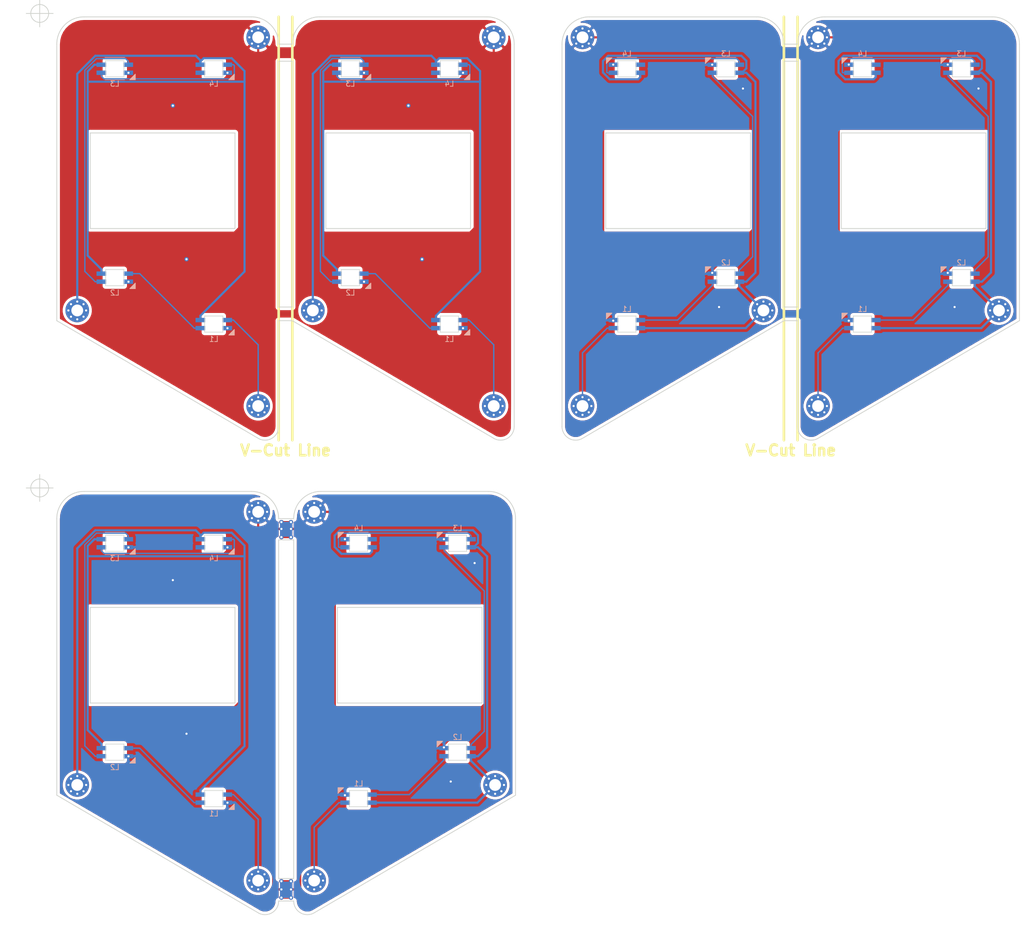
<source format=kicad_pcb>
(kicad_pcb (version 20171130) (host pcbnew 5.1.5+dfsg1-2build2)
  (layers (0 F.Cu signal) (31 B.Cu signal) (34 B.Paste user) (35 F.Paste user) (36 B.SilkS user) (37 F.SilkS user) (38 B.Mask user) (39 F.Mask user hide) (44 Edge.Cuts user))
  (net 0 "")
  (net 1 VCC)
  (net 2 LED)
  (net 3 GND)
  (net 4 "Net-(J4-Pad1)")
  (net 5 "Net-(J3-Pad1)")
  (net 6 "Net-(L1-Pad2)")
  (net 7 "Net-(L2-Pad2)")
  (net 8 "Net-(L3-Pad2)")
  (net 9 "Net-(L4-Pad2)")
  (module MountingHole:MountingHole_2.2mm_M2_Pad_Via (layer F.Cu) (at 63.119 104.775)
    (fp_text reference J5 hide)
    (fp_text value Conn_01x01)
    (pad 1 thru_hole circle (at 1.166726 -1.166726) (size 0.7 0.7) (drill 0.4) (layers *.Cu *.Mask) (net 3 GND))
    (pad 1 thru_hole circle (at 0 -1.65) (size 0.7 0.7) (drill 0.4) (layers *.Cu *.Mask) (net 3 GND))
    (pad 1 thru_hole circle (at -1.166726 -1.166726) (size 0.7 0.7) (drill 0.4) (layers *.Cu *.Mask) (net 3 GND))
    (pad 1 thru_hole circle (at -1.65 0) (size 0.7 0.7) (drill 0.4) (layers *.Cu *.Mask) (net 3 GND))
    (pad 1 thru_hole circle (at -1.166726 1.166726) (size 0.7 0.7) (drill 0.4) (layers *.Cu *.Mask) (net 3 GND))
    (pad 1 thru_hole circle (at 0 1.65) (size 0.7 0.7) (drill 0.4) (layers *.Cu *.Mask) (net 3 GND))
    (pad 1 thru_hole circle (at 1.166726 1.166726) (size 0.7 0.7) (drill 0.4) (layers *.Cu *.Mask) (net 3 GND))
    (pad 1 thru_hole circle (at 1.65 0) (size 0.7 0.7) (drill 0.4) (layers *.Cu *.Mask) (net 3 GND))
    (pad 1 thru_hole circle (at 0 0) (size 4.4 4.4) (drill 2.2) (layers *.Cu *.Mask) (net 3 GND))
  )
  (module Keyboard:YS-SK6812MINI-E (layer B.Cu) (at 26.035 110.617 180)
    (fp_text reference L3 (at 0 -2.8) (layer B.SilkS) (effects (justify mirror)))
    (fp_text value YS-SK6812MINI)
    (fp_line (start 1.7 1.5) (end -1.7 1.5) (layer Edge.Cuts) (width 0.12))
    (fp_line (start 1.7 -1.5) (end 1.7 1.5) (layer Edge.Cuts) (width 0.12))
    (fp_line (start -1.7 -1.5) (end 1.7 -1.5) (layer Edge.Cuts) (width 0.12))
    (fp_line (start -1.7 1.5) (end -1.7 -1.5) (layer Edge.Cuts) (width 0.12))
    (pad 1 smd rect (at 2.5 0.75 180) (size 1.8 0.82) (layers B.Cu B.Paste B.Mask) (net 1 VCC))
    (pad 2 smd rect (at 2.5 -0.75 180) (size 1.8 0.82) (layers B.Cu B.Paste B.Mask) (net 8 "Net-(L3-Pad2)"))
    (pad 3 smd rect (at -2.5 -0.75 180) (size 1.8 0.82) (layers B.Cu B.Paste B.Mask) (net 3 GND))
    (pad 4 smd rect (at -2.5 0.75 180) (size 1.8 0.82) (layers B.Cu B.Paste B.Mask) (net 7 "Net-(L2-Pad2)"))
  )
  (module Keyboard:YS-SK6812MINI-E (layer B.Cu) (at 44.45 158.115 180)
    (fp_text reference L1 (at 0 -2.8) (layer B.SilkS) (effects (justify mirror)))
    (fp_text value YS-SK6812MINI)
    (fp_line (start 1.7 1.5) (end -1.7 1.5) (layer Edge.Cuts) (width 0.12))
    (fp_line (start 1.7 -1.5) (end 1.7 1.5) (layer Edge.Cuts) (width 0.12))
    (fp_line (start -1.7 -1.5) (end 1.7 -1.5) (layer Edge.Cuts) (width 0.12))
    (fp_line (start -1.7 1.5) (end -1.7 -1.5) (layer Edge.Cuts) (width 0.12))
    (pad 1 smd rect (at 2.5 0.75 180) (size 1.8 0.82) (layers B.Cu B.Paste B.Mask) (net 1 VCC))
    (pad 2 smd rect (at 2.5 -0.75 180) (size 1.8 0.82) (layers B.Cu B.Paste B.Mask) (net 6 "Net-(L1-Pad2)"))
    (pad 3 smd rect (at -2.5 -0.75 180) (size 1.8 0.82) (layers B.Cu B.Paste B.Mask) (net 3 GND))
    (pad 4 smd rect (at -2.5 0.75 180) (size 1.8 0.82) (layers B.Cu B.Paste B.Mask) (net 2 LED))
  )
  (module Keyboard:YS-SK6812MINI-E (layer B.Cu) (at 26.035 149.479 180)
    (fp_text reference L2 (at 0 -2.8) (layer B.SilkS) (effects (justify mirror)))
    (fp_text value YS-SK6812MINI)
    (fp_line (start 1.7 1.5) (end -1.7 1.5) (layer Edge.Cuts) (width 0.12))
    (fp_line (start 1.7 -1.5) (end 1.7 1.5) (layer Edge.Cuts) (width 0.12))
    (fp_line (start -1.7 -1.5) (end 1.7 -1.5) (layer Edge.Cuts) (width 0.12))
    (fp_line (start -1.7 1.5) (end -1.7 -1.5) (layer Edge.Cuts) (width 0.12))
    (pad 1 smd rect (at 2.5 0.75 180) (size 1.8 0.82) (layers B.Cu B.Paste B.Mask) (net 1 VCC))
    (pad 2 smd rect (at 2.5 -0.75 180) (size 1.8 0.82) (layers B.Cu B.Paste B.Mask) (net 7 "Net-(L2-Pad2)"))
    (pad 3 smd rect (at -2.5 -0.75 180) (size 1.8 0.82) (layers B.Cu B.Paste B.Mask) (net 3 GND))
    (pad 4 smd rect (at -2.5 0.75 180) (size 1.8 0.82) (layers B.Cu B.Paste B.Mask) (net 6 "Net-(L1-Pad2)"))
  )
  (module MountingHole:MountingHole_2.2mm_M2_Pad_Via (layer F.Cu) (at 96.774 155.575)
    (fp_text reference J4 hide)
    (fp_text value Conn_01x01)
    (pad 1 thru_hole circle (at 0 0) (size 4.4 4.4) (drill 2.2) (layers *.Cu *.Mask) (net 1 VCC))
    (pad 1 thru_hole circle (at 1.65 0) (size 0.7 0.7) (drill 0.4) (layers *.Cu *.Mask) (net 4 "Net-(J4-Pad1)"))
    (pad 1 thru_hole circle (at 1.166726 1.166726) (size 0.7 0.7) (drill 0.4) (layers *.Cu *.Mask) (net 4 "Net-(J4-Pad1)"))
    (pad 1 thru_hole circle (at 0 1.65) (size 0.7 0.7) (drill 0.4) (layers *.Cu *.Mask) (net 4 "Net-(J4-Pad1)"))
    (pad 1 thru_hole circle (at -1.166726 1.166726) (size 0.7 0.7) (drill 0.4) (layers *.Cu *.Mask) (net 1 VCC))
    (pad 1 thru_hole circle (at -1.65 0) (size 0.7 0.7) (drill 0.4) (layers *.Cu *.Mask) (net 1 VCC))
    (pad 1 thru_hole circle (at -1.166726 -1.166726) (size 0.7 0.7) (drill 0.4) (layers *.Cu *.Mask) (net 1 VCC))
    (pad 1 thru_hole circle (at 0 -1.65) (size 0.7 0.7) (drill 0.4) (layers *.Cu *.Mask) (net 4 "Net-(J4-Pad1)"))
    (pad 1 thru_hole circle (at 1.166726 -1.166726) (size 0.7 0.7) (drill 0.4) (layers *.Cu *.Mask) (net 4 "Net-(J4-Pad1)"))
  )
  (module MountingHole:MountingHole_2.2mm_M2_Pad_Via (layer B.Cu) (at 52.705 104.775 180)
    (fp_text reference J5 hide)
    (fp_text value Conn_01x01)
    (pad 1 thru_hole circle (at 0 0 180) (size 4.4 4.4) (drill 2.2) (layers *.Cu *.Mask) (net 3 GND))
    (pad 1 thru_hole circle (at 1.65 0 180) (size 0.7 0.7) (drill 0.4) (layers *.Cu *.Mask) (net 3 GND))
    (pad 1 thru_hole circle (at 1.166726 -1.166726 180) (size 0.7 0.7) (drill 0.4) (layers *.Cu *.Mask) (net 3 GND))
    (pad 1 thru_hole circle (at 0 -1.65 180) (size 0.7 0.7) (drill 0.4) (layers *.Cu *.Mask) (net 3 GND))
    (pad 1 thru_hole circle (at -1.166726 -1.166726 180) (size 0.7 0.7) (drill 0.4) (layers *.Cu *.Mask) (net 3 GND))
    (pad 1 thru_hole circle (at -1.65 0 180) (size 0.7 0.7) (drill 0.4) (layers *.Cu *.Mask) (net 3 GND))
    (pad 1 thru_hole circle (at -1.166726 1.166726 180) (size 0.7 0.7) (drill 0.4) (layers *.Cu *.Mask) (net 3 GND))
    (pad 1 thru_hole circle (at 0 1.65 180) (size 0.7 0.7) (drill 0.4) (layers *.Cu *.Mask) (net 3 GND))
    (pad 1 thru_hole circle (at 1.166726 1.166726 180) (size 0.7 0.7) (drill 0.4) (layers *.Cu *.Mask) (net 3 GND))
  )
  (module MountingHole:MountingHole_2.2mm_M2_Pad_Via (layer B.Cu) (at 52.705 173.355 180)
    (fp_text reference J3 hide)
    (fp_text value Conn_01x01)
    (pad 1 thru_hole circle (at 1.166726 1.166726 180) (size 0.7 0.7) (drill 0.4) (layers *.Cu *.Mask) (net 5 "Net-(J3-Pad1)"))
    (pad 1 thru_hole circle (at 0 1.65 180) (size 0.7 0.7) (drill 0.4) (layers *.Cu *.Mask) (net 2 LED))
    (pad 1 thru_hole circle (at -1.166726 1.166726 180) (size 0.7 0.7) (drill 0.4) (layers *.Cu *.Mask) (net 5 "Net-(J3-Pad1)"))
    (pad 1 thru_hole circle (at -1.65 0 180) (size 0.7 0.7) (drill 0.4) (layers *.Cu *.Mask) (net 2 LED))
    (pad 1 thru_hole circle (at -1.166726 -1.166726 180) (size 0.7 0.7) (drill 0.4) (layers *.Cu *.Mask) (net 2 LED))
    (pad 1 thru_hole circle (at 0 -1.65 180) (size 0.7 0.7) (drill 0.4) (layers *.Cu *.Mask) (net 2 LED))
    (pad 1 thru_hole circle (at 1.166726 -1.166726 180) (size 0.7 0.7) (drill 0.4) (layers *.Cu *.Mask) (net 5 "Net-(J3-Pad1)"))
    (pad 1 thru_hole circle (at 1.65 0 180) (size 0.7 0.7) (drill 0.4) (layers *.Cu *.Mask) (net 5 "Net-(J3-Pad1)"))
    (pad 1 thru_hole circle (at 0 0 180) (size 4.4 4.4) (drill 2.2) (layers *.Cu *.Mask) (net 2 LED))
  )
  (module Keyboard:YS-SK6812MINI-E (layer B.Cu) (at 71.374 158.115)
    (fp_text reference L1 (at 0 -2.8) (layer B.SilkS) (effects (justify mirror)))
    (fp_text value YS-SK6812MINI)
    (fp_line (start -1.7 1.5) (end -1.7 -1.5) (layer Edge.Cuts) (width 0.12))
    (fp_line (start -1.7 -1.5) (end 1.7 -1.5) (layer Edge.Cuts) (width 0.12))
    (fp_line (start 1.7 -1.5) (end 1.7 1.5) (layer Edge.Cuts) (width 0.12))
    (fp_line (start 1.7 1.5) (end -1.7 1.5) (layer Edge.Cuts) (width 0.12))
    (pad 4 smd rect (at -2.5 0.75) (size 1.8 0.82) (layers B.Cu B.Paste B.Mask) (net 2 LED))
    (pad 3 smd rect (at -2.5 -0.75) (size 1.8 0.82) (layers B.Cu B.Paste B.Mask) (net 3 GND))
    (pad 2 smd rect (at 2.5 -0.75) (size 1.8 0.82) (layers B.Cu B.Paste B.Mask) (net 6 "Net-(L1-Pad2)"))
    (pad 1 smd rect (at 2.5 0.75) (size 1.8 0.82) (layers B.Cu B.Paste B.Mask) (net 1 VCC))
  )
  (module Keyboard:YS-SK6812MINI-E (layer B.Cu) (at 44.45 110.617 180)
    (fp_text reference L4 (at 0 -2.8) (layer B.SilkS) (effects (justify mirror)))
    (fp_text value YS-SK6812MINI)
    (fp_line (start 1.7 1.5) (end -1.7 1.5) (layer Edge.Cuts) (width 0.12))
    (fp_line (start 1.7 -1.5) (end 1.7 1.5) (layer Edge.Cuts) (width 0.12))
    (fp_line (start -1.7 -1.5) (end 1.7 -1.5) (layer Edge.Cuts) (width 0.12))
    (fp_line (start -1.7 1.5) (end -1.7 -1.5) (layer Edge.Cuts) (width 0.12))
    (pad 1 smd rect (at 2.5 0.75 180) (size 1.8 0.82) (layers B.Cu B.Paste B.Mask) (net 1 VCC))
    (pad 2 smd rect (at 2.5 -0.75 180) (size 1.8 0.82) (layers B.Cu B.Paste B.Mask) (net 9 "Net-(L4-Pad2)"))
    (pad 3 smd rect (at -2.5 -0.75 180) (size 1.8 0.82) (layers B.Cu B.Paste B.Mask) (net 3 GND))
    (pad 4 smd rect (at -2.5 0.75 180) (size 1.8 0.82) (layers B.Cu B.Paste B.Mask) (net 8 "Net-(L3-Pad2)"))
  )
  (module Keyboard:YS-SK6812MINI-E (layer B.Cu) (at 71.374 110.617)
    (fp_text reference L4 (at 0 -2.8) (layer B.SilkS) (effects (justify mirror)))
    (fp_text value YS-SK6812MINI)
    (fp_line (start -1.7 1.5) (end -1.7 -1.5) (layer Edge.Cuts) (width 0.12))
    (fp_line (start -1.7 -1.5) (end 1.7 -1.5) (layer Edge.Cuts) (width 0.12))
    (fp_line (start 1.7 -1.5) (end 1.7 1.5) (layer Edge.Cuts) (width 0.12))
    (fp_line (start 1.7 1.5) (end -1.7 1.5) (layer Edge.Cuts) (width 0.12))
    (pad 4 smd rect (at -2.5 0.75) (size 1.8 0.82) (layers B.Cu B.Paste B.Mask) (net 8 "Net-(L3-Pad2)"))
    (pad 3 smd rect (at -2.5 -0.75) (size 1.8 0.82) (layers B.Cu B.Paste B.Mask) (net 3 GND))
    (pad 2 smd rect (at 2.5 -0.75) (size 1.8 0.82) (layers B.Cu B.Paste B.Mask) (net 9 "Net-(L4-Pad2)"))
    (pad 1 smd rect (at 2.5 0.75) (size 1.8 0.82) (layers B.Cu B.Paste B.Mask) (net 1 VCC))
  )
  (module Keyboard:YS-SK6812MINI-E (layer B.Cu) (at 89.789 149.479)
    (fp_text reference L2 (at 0 -2.8) (layer B.SilkS) (effects (justify mirror)))
    (fp_text value YS-SK6812MINI)
    (fp_line (start -1.7 1.5) (end -1.7 -1.5) (layer Edge.Cuts) (width 0.12))
    (fp_line (start -1.7 -1.5) (end 1.7 -1.5) (layer Edge.Cuts) (width 0.12))
    (fp_line (start 1.7 -1.5) (end 1.7 1.5) (layer Edge.Cuts) (width 0.12))
    (fp_line (start 1.7 1.5) (end -1.7 1.5) (layer Edge.Cuts) (width 0.12))
    (pad 4 smd rect (at -2.5 0.75) (size 1.8 0.82) (layers B.Cu B.Paste B.Mask) (net 6 "Net-(L1-Pad2)"))
    (pad 3 smd rect (at -2.5 -0.75) (size 1.8 0.82) (layers B.Cu B.Paste B.Mask) (net 3 GND))
    (pad 2 smd rect (at 2.5 -0.75) (size 1.8 0.82) (layers B.Cu B.Paste B.Mask) (net 7 "Net-(L2-Pad2)"))
    (pad 1 smd rect (at 2.5 0.75) (size 1.8 0.82) (layers B.Cu B.Paste B.Mask) (net 1 VCC))
  )
  (module Keyboard:YS-SK6812MINI-E (layer B.Cu) (at 89.789 110.617)
    (fp_text reference L3 (at 0 -2.8) (layer B.SilkS) (effects (justify mirror)))
    (fp_text value YS-SK6812MINI)
    (fp_line (start -1.7 1.5) (end -1.7 -1.5) (layer Edge.Cuts) (width 0.12))
    (fp_line (start -1.7 -1.5) (end 1.7 -1.5) (layer Edge.Cuts) (width 0.12))
    (fp_line (start 1.7 -1.5) (end 1.7 1.5) (layer Edge.Cuts) (width 0.12))
    (fp_line (start 1.7 1.5) (end -1.7 1.5) (layer Edge.Cuts) (width 0.12))
    (pad 4 smd rect (at -2.5 0.75) (size 1.8 0.82) (layers B.Cu B.Paste B.Mask) (net 7 "Net-(L2-Pad2)"))
    (pad 3 smd rect (at -2.5 -0.75) (size 1.8 0.82) (layers B.Cu B.Paste B.Mask) (net 3 GND))
    (pad 2 smd rect (at 2.5 -0.75) (size 1.8 0.82) (layers B.Cu B.Paste B.Mask) (net 8 "Net-(L3-Pad2)"))
    (pad 1 smd rect (at 2.5 0.75) (size 1.8 0.82) (layers B.Cu B.Paste B.Mask) (net 1 VCC))
  )
  (module MountingHole:MountingHole_2.2mm_M2_Pad_Via (layer B.Cu) (at 19.05 155.575 180)
    (fp_text reference J4 hide)
    (fp_text value Conn_01x01)
    (pad 1 thru_hole circle (at 1.166726 1.166726 180) (size 0.7 0.7) (drill 0.4) (layers *.Cu *.Mask) (net 4 "Net-(J4-Pad1)"))
    (pad 1 thru_hole circle (at 0 1.65 180) (size 0.7 0.7) (drill 0.4) (layers *.Cu *.Mask) (net 1 VCC))
    (pad 1 thru_hole circle (at -1.166726 1.166726 180) (size 0.7 0.7) (drill 0.4) (layers *.Cu *.Mask) (net 1 VCC))
    (pad 1 thru_hole circle (at -1.65 0 180) (size 0.7 0.7) (drill 0.4) (layers *.Cu *.Mask) (net 1 VCC))
    (pad 1 thru_hole circle (at -1.166726 -1.166726 180) (size 0.7 0.7) (drill 0.4) (layers *.Cu *.Mask) (net 1 VCC))
    (pad 1 thru_hole circle (at 0 -1.65 180) (size 0.7 0.7) (drill 0.4) (layers *.Cu *.Mask) (net 4 "Net-(J4-Pad1)"))
    (pad 1 thru_hole circle (at 1.166726 -1.166726 180) (size 0.7 0.7) (drill 0.4) (layers *.Cu *.Mask) (net 4 "Net-(J4-Pad1)"))
    (pad 1 thru_hole circle (at 1.65 0 180) (size 0.7 0.7) (drill 0.4) (layers *.Cu *.Mask) (net 4 "Net-(J4-Pad1)"))
    (pad 1 thru_hole circle (at 0 0 180) (size 4.4 4.4) (drill 2.2) (layers *.Cu *.Mask) (net 1 VCC))
  )
  (module MountingHole:MountingHole_2.2mm_M2_Pad_Via (layer F.Cu) (at 63.119 173.355)
    (fp_text reference J3 hide)
    (fp_text value Conn_01x01)
    (pad 1 thru_hole circle (at 0 0) (size 4.4 4.4) (drill 2.2) (layers *.Cu *.Mask) (net 2 LED))
    (pad 1 thru_hole circle (at 1.65 0) (size 0.7 0.7) (drill 0.4) (layers *.Cu *.Mask) (net 5 "Net-(J3-Pad1)"))
    (pad 1 thru_hole circle (at 1.166726 1.166726) (size 0.7 0.7) (drill 0.4) (layers *.Cu *.Mask) (net 5 "Net-(J3-Pad1)"))
    (pad 1 thru_hole circle (at 0 1.65) (size 0.7 0.7) (drill 0.4) (layers *.Cu *.Mask) (net 2 LED))
    (pad 1 thru_hole circle (at -1.166726 1.166726) (size 0.7 0.7) (drill 0.4) (layers *.Cu *.Mask) (net 2 LED))
    (pad 1 thru_hole circle (at -1.65 0) (size 0.7 0.7) (drill 0.4) (layers *.Cu *.Mask) (net 2 LED))
    (pad 1 thru_hole circle (at -1.166726 -1.166726) (size 0.7 0.7) (drill 0.4) (layers *.Cu *.Mask) (net 5 "Net-(J3-Pad1)"))
    (pad 1 thru_hole circle (at 0 -1.65) (size 0.7 0.7) (drill 0.4) (layers *.Cu *.Mask) (net 2 LED))
    (pad 1 thru_hole circle (at 1.166726 -1.166726) (size 0.7 0.7) (drill 0.4) (layers *.Cu *.Mask) (net 5 "Net-(J3-Pad1)"))
  )
  (module Keyboard:YS-SK6812MINI-E (layer B.Cu) (at 165.1 69.85)
    (fp_text reference L1 (at 0 -2.8) (layer B.SilkS) (effects (justify mirror)))
    (fp_text value YS-SK6812MINI)
    (fp_line (start 1.7 1.5) (end -1.7 1.5) (layer Edge.Cuts) (width 0.12))
    (fp_line (start 1.7 -1.5) (end 1.7 1.5) (layer Edge.Cuts) (width 0.12))
    (fp_line (start -1.7 -1.5) (end 1.7 -1.5) (layer Edge.Cuts) (width 0.12))
    (fp_line (start -1.7 1.5) (end -1.7 -1.5) (layer Edge.Cuts) (width 0.12))
    (pad 1 smd rect (at 2.5 0.75) (size 1.8 0.82) (layers B.Cu B.Paste B.Mask) (net 1 VCC))
    (pad 2 smd rect (at 2.5 -0.75) (size 1.8 0.82) (layers B.Cu B.Paste B.Mask) (net 6 "Net-(L1-Pad2)"))
    (pad 3 smd rect (at -2.5 -0.75) (size 1.8 0.82) (layers B.Cu B.Paste B.Mask) (net 3 GND))
    (pad 4 smd rect (at -2.5 0.75) (size 1.8 0.82) (layers B.Cu B.Paste B.Mask) (net 2 LED))
  )
  (module MountingHole:MountingHole_2.2mm_M2_Pad_Via (layer F.Cu) (at 156.845 85.09)
    (fp_text reference J3 hide)
    (fp_text value Conn_01x01)
    (pad 1 thru_hole circle (at 1.166726 -1.166726) (size 0.7 0.7) (drill 0.4) (layers *.Cu *.Mask) (net 5 "Net-(J3-Pad1)"))
    (pad 1 thru_hole circle (at 0 -1.65) (size 0.7 0.7) (drill 0.4) (layers *.Cu *.Mask) (net 2 LED))
    (pad 1 thru_hole circle (at -1.166726 -1.166726) (size 0.7 0.7) (drill 0.4) (layers *.Cu *.Mask) (net 5 "Net-(J3-Pad1)"))
    (pad 1 thru_hole circle (at -1.65 0) (size 0.7 0.7) (drill 0.4) (layers *.Cu *.Mask) (net 2 LED))
    (pad 1 thru_hole circle (at -1.166726 1.166726) (size 0.7 0.7) (drill 0.4) (layers *.Cu *.Mask) (net 2 LED))
    (pad 1 thru_hole circle (at 0 1.65) (size 0.7 0.7) (drill 0.4) (layers *.Cu *.Mask) (net 2 LED))
    (pad 1 thru_hole circle (at 1.166726 1.166726) (size 0.7 0.7) (drill 0.4) (layers *.Cu *.Mask) (net 5 "Net-(J3-Pad1)"))
    (pad 1 thru_hole circle (at 1.65 0) (size 0.7 0.7) (drill 0.4) (layers *.Cu *.Mask) (net 5 "Net-(J3-Pad1)"))
    (pad 1 thru_hole circle (at 0 0) (size 4.4 4.4) (drill 2.2) (layers *.Cu *.Mask) (net 2 LED))
  )
  (module MountingHole:MountingHole_2.2mm_M2_Pad_Via (layer F.Cu) (at 113.03 85.09)
    (fp_text reference J3 hide)
    (fp_text value Conn_01x01)
    (pad 1 thru_hole circle (at 0 0) (size 4.4 4.4) (drill 2.2) (layers *.Cu *.Mask) (net 2 LED))
    (pad 1 thru_hole circle (at 1.65 0) (size 0.7 0.7) (drill 0.4) (layers *.Cu *.Mask) (net 5 "Net-(J3-Pad1)"))
    (pad 1 thru_hole circle (at 1.166726 1.166726) (size 0.7 0.7) (drill 0.4) (layers *.Cu *.Mask) (net 5 "Net-(J3-Pad1)"))
    (pad 1 thru_hole circle (at 0 1.65) (size 0.7 0.7) (drill 0.4) (layers *.Cu *.Mask) (net 2 LED))
    (pad 1 thru_hole circle (at -1.166726 1.166726) (size 0.7 0.7) (drill 0.4) (layers *.Cu *.Mask) (net 2 LED))
    (pad 1 thru_hole circle (at -1.65 0) (size 0.7 0.7) (drill 0.4) (layers *.Cu *.Mask) (net 2 LED))
    (pad 1 thru_hole circle (at -1.166726 -1.166726) (size 0.7 0.7) (drill 0.4) (layers *.Cu *.Mask) (net 5 "Net-(J3-Pad1)"))
    (pad 1 thru_hole circle (at 0 -1.65) (size 0.7 0.7) (drill 0.4) (layers *.Cu *.Mask) (net 2 LED))
    (pad 1 thru_hole circle (at 1.166726 -1.166726) (size 0.7 0.7) (drill 0.4) (layers *.Cu *.Mask) (net 5 "Net-(J3-Pad1)"))
  )
  (module MountingHole:MountingHole_2.2mm_M2_Pad_Via (layer F.Cu) (at 146.685 67.31)
    (fp_text reference J4 hide)
    (fp_text value Conn_01x01)
    (pad 1 thru_hole circle (at 0 0) (size 4.4 4.4) (drill 2.2) (layers *.Cu *.Mask) (net 1 VCC))
    (pad 1 thru_hole circle (at 1.65 0) (size 0.7 0.7) (drill 0.4) (layers *.Cu *.Mask) (net 4 "Net-(J4-Pad1)"))
    (pad 1 thru_hole circle (at 1.166726 1.166726) (size 0.7 0.7) (drill 0.4) (layers *.Cu *.Mask) (net 4 "Net-(J4-Pad1)"))
    (pad 1 thru_hole circle (at 0 1.65) (size 0.7 0.7) (drill 0.4) (layers *.Cu *.Mask) (net 4 "Net-(J4-Pad1)"))
    (pad 1 thru_hole circle (at -1.166726 1.166726) (size 0.7 0.7) (drill 0.4) (layers *.Cu *.Mask) (net 1 VCC))
    (pad 1 thru_hole circle (at -1.65 0) (size 0.7 0.7) (drill 0.4) (layers *.Cu *.Mask) (net 1 VCC))
    (pad 1 thru_hole circle (at -1.166726 -1.166726) (size 0.7 0.7) (drill 0.4) (layers *.Cu *.Mask) (net 1 VCC))
    (pad 1 thru_hole circle (at 0 -1.65) (size 0.7 0.7) (drill 0.4) (layers *.Cu *.Mask) (net 4 "Net-(J4-Pad1)"))
    (pad 1 thru_hole circle (at 1.166726 -1.166726) (size 0.7 0.7) (drill 0.4) (layers *.Cu *.Mask) (net 4 "Net-(J4-Pad1)"))
  )
  (module Keyboard:YS-SK6812MINI-E (layer B.Cu) (at 183.515 22.352)
    (fp_text reference L3 (at 0 -2.8) (layer B.SilkS) (effects (justify mirror)))
    (fp_text value YS-SK6812MINI)
    (fp_line (start 1.7 1.5) (end -1.7 1.5) (layer Edge.Cuts) (width 0.12))
    (fp_line (start 1.7 -1.5) (end 1.7 1.5) (layer Edge.Cuts) (width 0.12))
    (fp_line (start -1.7 -1.5) (end 1.7 -1.5) (layer Edge.Cuts) (width 0.12))
    (fp_line (start -1.7 1.5) (end -1.7 -1.5) (layer Edge.Cuts) (width 0.12))
    (pad 1 smd rect (at 2.5 0.75) (size 1.8 0.82) (layers B.Cu B.Paste B.Mask) (net 1 VCC))
    (pad 2 smd rect (at 2.5 -0.75) (size 1.8 0.82) (layers B.Cu B.Paste B.Mask) (net 8 "Net-(L3-Pad2)"))
    (pad 3 smd rect (at -2.5 -0.75) (size 1.8 0.82) (layers B.Cu B.Paste B.Mask) (net 3 GND))
    (pad 4 smd rect (at -2.5 0.75) (size 1.8 0.82) (layers B.Cu B.Paste B.Mask) (net 7 "Net-(L2-Pad2)"))
  )
  (module MountingHole:MountingHole_2.2mm_M2_Pad_Via (layer F.Cu) (at 190.5 67.31)
    (fp_text reference J4 hide)
    (fp_text value Conn_01x01)
    (pad 1 thru_hole circle (at 1.166726 -1.166726) (size 0.7 0.7) (drill 0.4) (layers *.Cu *.Mask) (net 4 "Net-(J4-Pad1)"))
    (pad 1 thru_hole circle (at 0 -1.65) (size 0.7 0.7) (drill 0.4) (layers *.Cu *.Mask) (net 4 "Net-(J4-Pad1)"))
    (pad 1 thru_hole circle (at -1.166726 -1.166726) (size 0.7 0.7) (drill 0.4) (layers *.Cu *.Mask) (net 1 VCC))
    (pad 1 thru_hole circle (at -1.65 0) (size 0.7 0.7) (drill 0.4) (layers *.Cu *.Mask) (net 1 VCC))
    (pad 1 thru_hole circle (at -1.166726 1.166726) (size 0.7 0.7) (drill 0.4) (layers *.Cu *.Mask) (net 1 VCC))
    (pad 1 thru_hole circle (at 0 1.65) (size 0.7 0.7) (drill 0.4) (layers *.Cu *.Mask) (net 4 "Net-(J4-Pad1)"))
    (pad 1 thru_hole circle (at 1.166726 1.166726) (size 0.7 0.7) (drill 0.4) (layers *.Cu *.Mask) (net 4 "Net-(J4-Pad1)"))
    (pad 1 thru_hole circle (at 1.65 0) (size 0.7 0.7) (drill 0.4) (layers *.Cu *.Mask) (net 4 "Net-(J4-Pad1)"))
    (pad 1 thru_hole circle (at 0 0) (size 4.4 4.4) (drill 2.2) (layers *.Cu *.Mask) (net 1 VCC))
  )
  (module Keyboard:YS-SK6812MINI-E (layer B.Cu) (at 165.1 22.352)
    (fp_text reference L4 (at 0 -2.8) (layer B.SilkS) (effects (justify mirror)))
    (fp_text value YS-SK6812MINI)
    (fp_line (start 1.7 1.5) (end -1.7 1.5) (layer Edge.Cuts) (width 0.12))
    (fp_line (start 1.7 -1.5) (end 1.7 1.5) (layer Edge.Cuts) (width 0.12))
    (fp_line (start -1.7 -1.5) (end 1.7 -1.5) (layer Edge.Cuts) (width 0.12))
    (fp_line (start -1.7 1.5) (end -1.7 -1.5) (layer Edge.Cuts) (width 0.12))
    (pad 1 smd rect (at 2.5 0.75) (size 1.8 0.82) (layers B.Cu B.Paste B.Mask) (net 1 VCC))
    (pad 2 smd rect (at 2.5 -0.75) (size 1.8 0.82) (layers B.Cu B.Paste B.Mask) (net 9 "Net-(L4-Pad2)"))
    (pad 3 smd rect (at -2.5 -0.75) (size 1.8 0.82) (layers B.Cu B.Paste B.Mask) (net 3 GND))
    (pad 4 smd rect (at -2.5 0.75) (size 1.8 0.82) (layers B.Cu B.Paste B.Mask) (net 8 "Net-(L3-Pad2)"))
  )
  (module Keyboard:YS-SK6812MINI-E (layer B.Cu) (at 183.515 61.214)
    (fp_text reference L2 (at 0 -2.8) (layer B.SilkS) (effects (justify mirror)))
    (fp_text value YS-SK6812MINI)
    (fp_line (start 1.7 1.5) (end -1.7 1.5) (layer Edge.Cuts) (width 0.12))
    (fp_line (start 1.7 -1.5) (end 1.7 1.5) (layer Edge.Cuts) (width 0.12))
    (fp_line (start -1.7 -1.5) (end 1.7 -1.5) (layer Edge.Cuts) (width 0.12))
    (fp_line (start -1.7 1.5) (end -1.7 -1.5) (layer Edge.Cuts) (width 0.12))
    (pad 1 smd rect (at 2.5 0.75) (size 1.8 0.82) (layers B.Cu B.Paste B.Mask) (net 1 VCC))
    (pad 2 smd rect (at 2.5 -0.75) (size 1.8 0.82) (layers B.Cu B.Paste B.Mask) (net 7 "Net-(L2-Pad2)"))
    (pad 3 smd rect (at -2.5 -0.75) (size 1.8 0.82) (layers B.Cu B.Paste B.Mask) (net 3 GND))
    (pad 4 smd rect (at -2.5 0.75) (size 1.8 0.82) (layers B.Cu B.Paste B.Mask) (net 6 "Net-(L1-Pad2)"))
  )
  (module Keyboard:YS-SK6812MINI-E (layer B.Cu) (at 121.285 22.352)
    (fp_text reference L4 (at 0 -2.8) (layer B.SilkS) (effects (justify mirror)))
    (fp_text value YS-SK6812MINI)
    (fp_line (start -1.7 1.5) (end -1.7 -1.5) (layer Edge.Cuts) (width 0.12))
    (fp_line (start -1.7 -1.5) (end 1.7 -1.5) (layer Edge.Cuts) (width 0.12))
    (fp_line (start 1.7 -1.5) (end 1.7 1.5) (layer Edge.Cuts) (width 0.12))
    (fp_line (start 1.7 1.5) (end -1.7 1.5) (layer Edge.Cuts) (width 0.12))
    (pad 4 smd rect (at -2.5 0.75) (size 1.8 0.82) (layers B.Cu B.Paste B.Mask) (net 8 "Net-(L3-Pad2)"))
    (pad 3 smd rect (at -2.5 -0.75) (size 1.8 0.82) (layers B.Cu B.Paste B.Mask) (net 3 GND))
    (pad 2 smd rect (at 2.5 -0.75) (size 1.8 0.82) (layers B.Cu B.Paste B.Mask) (net 9 "Net-(L4-Pad2)"))
    (pad 1 smd rect (at 2.5 0.75) (size 1.8 0.82) (layers B.Cu B.Paste B.Mask) (net 1 VCC))
  )
  (module Keyboard:YS-SK6812MINI-E (layer B.Cu) (at 121.285 69.85)
    (fp_text reference L1 (at 0 -2.8) (layer B.SilkS) (effects (justify mirror)))
    (fp_text value YS-SK6812MINI)
    (fp_line (start -1.7 1.5) (end -1.7 -1.5) (layer Edge.Cuts) (width 0.12))
    (fp_line (start -1.7 -1.5) (end 1.7 -1.5) (layer Edge.Cuts) (width 0.12))
    (fp_line (start 1.7 -1.5) (end 1.7 1.5) (layer Edge.Cuts) (width 0.12))
    (fp_line (start 1.7 1.5) (end -1.7 1.5) (layer Edge.Cuts) (width 0.12))
    (pad 4 smd rect (at -2.5 0.75) (size 1.8 0.82) (layers B.Cu B.Paste B.Mask) (net 2 LED))
    (pad 3 smd rect (at -2.5 -0.75) (size 1.8 0.82) (layers B.Cu B.Paste B.Mask) (net 3 GND))
    (pad 2 smd rect (at 2.5 -0.75) (size 1.8 0.82) (layers B.Cu B.Paste B.Mask) (net 6 "Net-(L1-Pad2)"))
    (pad 1 smd rect (at 2.5 0.75) (size 1.8 0.82) (layers B.Cu B.Paste B.Mask) (net 1 VCC))
  )
  (module Keyboard:YS-SK6812MINI-E (layer B.Cu) (at 139.7 61.214)
    (fp_text reference L2 (at 0 -2.8) (layer B.SilkS) (effects (justify mirror)))
    (fp_text value YS-SK6812MINI)
    (fp_line (start -1.7 1.5) (end -1.7 -1.5) (layer Edge.Cuts) (width 0.12))
    (fp_line (start -1.7 -1.5) (end 1.7 -1.5) (layer Edge.Cuts) (width 0.12))
    (fp_line (start 1.7 -1.5) (end 1.7 1.5) (layer Edge.Cuts) (width 0.12))
    (fp_line (start 1.7 1.5) (end -1.7 1.5) (layer Edge.Cuts) (width 0.12))
    (pad 4 smd rect (at -2.5 0.75) (size 1.8 0.82) (layers B.Cu B.Paste B.Mask) (net 6 "Net-(L1-Pad2)"))
    (pad 3 smd rect (at -2.5 -0.75) (size 1.8 0.82) (layers B.Cu B.Paste B.Mask) (net 3 GND))
    (pad 2 smd rect (at 2.5 -0.75) (size 1.8 0.82) (layers B.Cu B.Paste B.Mask) (net 7 "Net-(L2-Pad2)"))
    (pad 1 smd rect (at 2.5 0.75) (size 1.8 0.82) (layers B.Cu B.Paste B.Mask) (net 1 VCC))
  )
  (module MountingHole:MountingHole_2.2mm_M2_Pad_Via (layer F.Cu) (at 113.03 16.51)
    (fp_text reference J5 hide)
    (fp_text value Conn_01x01)
    (pad 1 thru_hole circle (at 1.166726 -1.166726) (size 0.7 0.7) (drill 0.4) (layers *.Cu *.Mask) (net 3 GND))
    (pad 1 thru_hole circle (at 0 -1.65) (size 0.7 0.7) (drill 0.4) (layers *.Cu *.Mask) (net 3 GND))
    (pad 1 thru_hole circle (at -1.166726 -1.166726) (size 0.7 0.7) (drill 0.4) (layers *.Cu *.Mask) (net 3 GND))
    (pad 1 thru_hole circle (at -1.65 0) (size 0.7 0.7) (drill 0.4) (layers *.Cu *.Mask) (net 3 GND))
    (pad 1 thru_hole circle (at -1.166726 1.166726) (size 0.7 0.7) (drill 0.4) (layers *.Cu *.Mask) (net 3 GND))
    (pad 1 thru_hole circle (at 0 1.65) (size 0.7 0.7) (drill 0.4) (layers *.Cu *.Mask) (net 3 GND))
    (pad 1 thru_hole circle (at 1.166726 1.166726) (size 0.7 0.7) (drill 0.4) (layers *.Cu *.Mask) (net 3 GND))
    (pad 1 thru_hole circle (at 1.65 0) (size 0.7 0.7) (drill 0.4) (layers *.Cu *.Mask) (net 3 GND))
    (pad 1 thru_hole circle (at 0 0) (size 4.4 4.4) (drill 2.2) (layers *.Cu *.Mask) (net 3 GND))
  )
  (module MountingHole:MountingHole_2.2mm_M2_Pad_Via (layer F.Cu) (at 156.845 16.51)
    (fp_text reference J5 hide)
    (fp_text value Conn_01x01)
    (pad 1 thru_hole circle (at 0 0) (size 4.4 4.4) (drill 2.2) (layers *.Cu *.Mask) (net 3 GND))
    (pad 1 thru_hole circle (at 1.65 0) (size 0.7 0.7) (drill 0.4) (layers *.Cu *.Mask) (net 3 GND))
    (pad 1 thru_hole circle (at 1.166726 1.166726) (size 0.7 0.7) (drill 0.4) (layers *.Cu *.Mask) (net 3 GND))
    (pad 1 thru_hole circle (at 0 1.65) (size 0.7 0.7) (drill 0.4) (layers *.Cu *.Mask) (net 3 GND))
    (pad 1 thru_hole circle (at -1.166726 1.166726) (size 0.7 0.7) (drill 0.4) (layers *.Cu *.Mask) (net 3 GND))
    (pad 1 thru_hole circle (at -1.65 0) (size 0.7 0.7) (drill 0.4) (layers *.Cu *.Mask) (net 3 GND))
    (pad 1 thru_hole circle (at -1.166726 -1.166726) (size 0.7 0.7) (drill 0.4) (layers *.Cu *.Mask) (net 3 GND))
    (pad 1 thru_hole circle (at 0 -1.65) (size 0.7 0.7) (drill 0.4) (layers *.Cu *.Mask) (net 3 GND))
    (pad 1 thru_hole circle (at 1.166726 -1.166726) (size 0.7 0.7) (drill 0.4) (layers *.Cu *.Mask) (net 3 GND))
  )
  (module Keyboard:YS-SK6812MINI-E (layer B.Cu) (at 139.7 22.352)
    (fp_text reference L3 (at 0 -2.8) (layer B.SilkS) (effects (justify mirror)))
    (fp_text value YS-SK6812MINI)
    (fp_line (start -1.7 1.5) (end -1.7 -1.5) (layer Edge.Cuts) (width 0.12))
    (fp_line (start -1.7 -1.5) (end 1.7 -1.5) (layer Edge.Cuts) (width 0.12))
    (fp_line (start 1.7 -1.5) (end 1.7 1.5) (layer Edge.Cuts) (width 0.12))
    (fp_line (start 1.7 1.5) (end -1.7 1.5) (layer Edge.Cuts) (width 0.12))
    (pad 4 smd rect (at -2.5 0.75) (size 1.8 0.82) (layers B.Cu B.Paste B.Mask) (net 7 "Net-(L2-Pad2)"))
    (pad 3 smd rect (at -2.5 -0.75) (size 1.8 0.82) (layers B.Cu B.Paste B.Mask) (net 3 GND))
    (pad 2 smd rect (at 2.5 -0.75) (size 1.8 0.82) (layers B.Cu B.Paste B.Mask) (net 8 "Net-(L3-Pad2)"))
    (pad 1 smd rect (at 2.5 0.75) (size 1.8 0.82) (layers B.Cu B.Paste B.Mask) (net 1 VCC))
  )
  (module MountingHole:MountingHole_2.2mm_M2_Pad_Via (layer B.Cu) (at 62.865 67.31 180)
    (fp_text reference J4 hide)
    (fp_text value Conn_01x01)
    (pad 1 thru_hole circle (at 0 0 180) (size 4.4 4.4) (drill 2.2) (layers *.Cu *.Mask) (net 1 VCC))
    (pad 1 thru_hole circle (at 1.65 0 180) (size 0.7 0.7) (drill 0.4) (layers *.Cu *.Mask) (net 4 "Net-(J4-Pad1)"))
    (pad 1 thru_hole circle (at 1.166726 -1.166726 180) (size 0.7 0.7) (drill 0.4) (layers *.Cu *.Mask) (net 4 "Net-(J4-Pad1)"))
    (pad 1 thru_hole circle (at 0 -1.65 180) (size 0.7 0.7) (drill 0.4) (layers *.Cu *.Mask) (net 4 "Net-(J4-Pad1)"))
    (pad 1 thru_hole circle (at -1.166726 -1.166726 180) (size 0.7 0.7) (drill 0.4) (layers *.Cu *.Mask) (net 1 VCC))
    (pad 1 thru_hole circle (at -1.65 0 180) (size 0.7 0.7) (drill 0.4) (layers *.Cu *.Mask) (net 1 VCC))
    (pad 1 thru_hole circle (at -1.166726 1.166726 180) (size 0.7 0.7) (drill 0.4) (layers *.Cu *.Mask) (net 1 VCC))
    (pad 1 thru_hole circle (at 0 1.65 180) (size 0.7 0.7) (drill 0.4) (layers *.Cu *.Mask) (net 1 VCC))
    (pad 1 thru_hole circle (at 1.166726 1.166726 180) (size 0.7 0.7) (drill 0.4) (layers *.Cu *.Mask) (net 4 "Net-(J4-Pad1)"))
  )
  (module MountingHole:MountingHole_2.2mm_M2_Pad_Via (layer B.Cu) (at 96.52 85.09 180)
    (fp_text reference J3 hide)
    (fp_text value Conn_01x01)
    (pad 1 thru_hole circle (at 0 0 180) (size 4.4 4.4) (drill 2.2) (layers *.Cu *.Mask) (net 2 LED))
    (pad 1 thru_hole circle (at 1.65 0 180) (size 0.7 0.7) (drill 0.4) (layers *.Cu *.Mask) (net 5 "Net-(J3-Pad1)"))
    (pad 1 thru_hole circle (at 1.166726 -1.166726 180) (size 0.7 0.7) (drill 0.4) (layers *.Cu *.Mask) (net 5 "Net-(J3-Pad1)"))
    (pad 1 thru_hole circle (at 0 -1.65 180) (size 0.7 0.7) (drill 0.4) (layers *.Cu *.Mask) (net 2 LED))
    (pad 1 thru_hole circle (at -1.166726 -1.166726 180) (size 0.7 0.7) (drill 0.4) (layers *.Cu *.Mask) (net 2 LED))
    (pad 1 thru_hole circle (at -1.65 0 180) (size 0.7 0.7) (drill 0.4) (layers *.Cu *.Mask) (net 2 LED))
    (pad 1 thru_hole circle (at -1.166726 1.166726 180) (size 0.7 0.7) (drill 0.4) (layers *.Cu *.Mask) (net 5 "Net-(J3-Pad1)"))
    (pad 1 thru_hole circle (at 0 1.65 180) (size 0.7 0.7) (drill 0.4) (layers *.Cu *.Mask) (net 2 LED))
    (pad 1 thru_hole circle (at 1.166726 1.166726 180) (size 0.7 0.7) (drill 0.4) (layers *.Cu *.Mask) (net 5 "Net-(J3-Pad1)"))
  )
  (module Keyboard:YS-SK6812MINI-E (layer B.Cu) (at 69.85 61.214 180)
    (fp_text reference L2 (at 0 -2.8) (layer B.SilkS) (effects (justify mirror)))
    (fp_text value YS-SK6812MINI)
    (fp_line (start -1.7 1.5) (end -1.7 -1.5) (layer Edge.Cuts) (width 0.12))
    (fp_line (start -1.7 -1.5) (end 1.7 -1.5) (layer Edge.Cuts) (width 0.12))
    (fp_line (start 1.7 -1.5) (end 1.7 1.5) (layer Edge.Cuts) (width 0.12))
    (fp_line (start 1.7 1.5) (end -1.7 1.5) (layer Edge.Cuts) (width 0.12))
    (pad 4 smd rect (at -2.5 0.75 180) (size 1.8 0.82) (layers B.Cu B.Paste B.Mask) (net 6 "Net-(L1-Pad2)"))
    (pad 3 smd rect (at -2.5 -0.75 180) (size 1.8 0.82) (layers B.Cu B.Paste B.Mask) (net 3 GND))
    (pad 2 smd rect (at 2.5 -0.75 180) (size 1.8 0.82) (layers B.Cu B.Paste B.Mask) (net 7 "Net-(L2-Pad2)"))
    (pad 1 smd rect (at 2.5 0.75 180) (size 1.8 0.82) (layers B.Cu B.Paste B.Mask) (net 1 VCC))
  )
  (module Keyboard:YS-SK6812MINI-E (layer B.Cu) (at 88.265 69.85 180)
    (fp_text reference L1 (at 0 -2.8) (layer B.SilkS) (effects (justify mirror)))
    (fp_text value YS-SK6812MINI)
    (fp_line (start -1.7 1.5) (end -1.7 -1.5) (layer Edge.Cuts) (width 0.12))
    (fp_line (start -1.7 -1.5) (end 1.7 -1.5) (layer Edge.Cuts) (width 0.12))
    (fp_line (start 1.7 -1.5) (end 1.7 1.5) (layer Edge.Cuts) (width 0.12))
    (fp_line (start 1.7 1.5) (end -1.7 1.5) (layer Edge.Cuts) (width 0.12))
    (pad 4 smd rect (at -2.5 0.75 180) (size 1.8 0.82) (layers B.Cu B.Paste B.Mask) (net 2 LED))
    (pad 3 smd rect (at -2.5 -0.75 180) (size 1.8 0.82) (layers B.Cu B.Paste B.Mask) (net 3 GND))
    (pad 2 smd rect (at 2.5 -0.75 180) (size 1.8 0.82) (layers B.Cu B.Paste B.Mask) (net 6 "Net-(L1-Pad2)"))
    (pad 1 smd rect (at 2.5 0.75 180) (size 1.8 0.82) (layers B.Cu B.Paste B.Mask) (net 1 VCC))
  )
  (module Keyboard:YS-SK6812MINI-E (layer B.Cu) (at 69.85 22.352 180)
    (fp_text reference L3 (at 0 -2.8) (layer B.SilkS) (effects (justify mirror)))
    (fp_text value YS-SK6812MINI)
    (fp_line (start -1.7 1.5) (end -1.7 -1.5) (layer Edge.Cuts) (width 0.12))
    (fp_line (start -1.7 -1.5) (end 1.7 -1.5) (layer Edge.Cuts) (width 0.12))
    (fp_line (start 1.7 -1.5) (end 1.7 1.5) (layer Edge.Cuts) (width 0.12))
    (fp_line (start 1.7 1.5) (end -1.7 1.5) (layer Edge.Cuts) (width 0.12))
    (pad 4 smd rect (at -2.5 0.75 180) (size 1.8 0.82) (layers B.Cu B.Paste B.Mask) (net 7 "Net-(L2-Pad2)"))
    (pad 3 smd rect (at -2.5 -0.75 180) (size 1.8 0.82) (layers B.Cu B.Paste B.Mask) (net 3 GND))
    (pad 2 smd rect (at 2.5 -0.75 180) (size 1.8 0.82) (layers B.Cu B.Paste B.Mask) (net 8 "Net-(L3-Pad2)"))
    (pad 1 smd rect (at 2.5 0.75 180) (size 1.8 0.82) (layers B.Cu B.Paste B.Mask) (net 1 VCC))
  )
  (module Keyboard:YS-SK6812MINI-E (layer B.Cu) (at 88.265 22.352 180)
    (fp_text reference L4 (at 0 -2.8) (layer B.SilkS) (effects (justify mirror)))
    (fp_text value YS-SK6812MINI)
    (fp_line (start -1.7 1.5) (end -1.7 -1.5) (layer Edge.Cuts) (width 0.12))
    (fp_line (start -1.7 -1.5) (end 1.7 -1.5) (layer Edge.Cuts) (width 0.12))
    (fp_line (start 1.7 -1.5) (end 1.7 1.5) (layer Edge.Cuts) (width 0.12))
    (fp_line (start 1.7 1.5) (end -1.7 1.5) (layer Edge.Cuts) (width 0.12))
    (pad 4 smd rect (at -2.5 0.75 180) (size 1.8 0.82) (layers B.Cu B.Paste B.Mask) (net 8 "Net-(L3-Pad2)"))
    (pad 3 smd rect (at -2.5 -0.75 180) (size 1.8 0.82) (layers B.Cu B.Paste B.Mask) (net 3 GND))
    (pad 2 smd rect (at 2.5 -0.75 180) (size 1.8 0.82) (layers B.Cu B.Paste B.Mask) (net 9 "Net-(L4-Pad2)"))
    (pad 1 smd rect (at 2.5 0.75 180) (size 1.8 0.82) (layers B.Cu B.Paste B.Mask) (net 1 VCC))
  )
  (module MountingHole:MountingHole_2.2mm_M2_Pad_Via (layer B.Cu) (at 96.52 16.51 180)
    (fp_text reference J5 hide)
    (fp_text value Conn_01x01)
    (pad 1 thru_hole circle (at 1.166726 1.166726 180) (size 0.7 0.7) (drill 0.4) (layers *.Cu *.Mask) (net 3 GND))
    (pad 1 thru_hole circle (at 0 1.65 180) (size 0.7 0.7) (drill 0.4) (layers *.Cu *.Mask) (net 3 GND))
    (pad 1 thru_hole circle (at -1.166726 1.166726 180) (size 0.7 0.7) (drill 0.4) (layers *.Cu *.Mask) (net 3 GND))
    (pad 1 thru_hole circle (at -1.65 0 180) (size 0.7 0.7) (drill 0.4) (layers *.Cu *.Mask) (net 3 GND))
    (pad 1 thru_hole circle (at -1.166726 -1.166726 180) (size 0.7 0.7) (drill 0.4) (layers *.Cu *.Mask) (net 3 GND))
    (pad 1 thru_hole circle (at 0 -1.65 180) (size 0.7 0.7) (drill 0.4) (layers *.Cu *.Mask) (net 3 GND))
    (pad 1 thru_hole circle (at 1.166726 -1.166726 180) (size 0.7 0.7) (drill 0.4) (layers *.Cu *.Mask) (net 3 GND))
    (pad 1 thru_hole circle (at 1.65 0 180) (size 0.7 0.7) (drill 0.4) (layers *.Cu *.Mask) (net 3 GND))
    (pad 1 thru_hole circle (at 0 0 180) (size 4.4 4.4) (drill 2.2) (layers *.Cu *.Mask) (net 3 GND))
  )
  (module MountingHole:MountingHole_2.2mm_M2_Pad_Via (layer B.Cu) (at 19.05 67.31 180)
    (fp_text reference J4 hide)
    (fp_text value Conn_01x01)
    (pad 1 thru_hole circle (at 1.166726 1.166726 180) (size 0.7 0.7) (drill 0.4) (layers *.Cu *.Mask) (net 4 "Net-(J4-Pad1)"))
    (pad 1 thru_hole circle (at 0 1.65 180) (size 0.7 0.7) (drill 0.4) (layers *.Cu *.Mask) (net 1 VCC))
    (pad 1 thru_hole circle (at -1.166726 1.166726 180) (size 0.7 0.7) (drill 0.4) (layers *.Cu *.Mask) (net 1 VCC))
    (pad 1 thru_hole circle (at -1.65 0 180) (size 0.7 0.7) (drill 0.4) (layers *.Cu *.Mask) (net 1 VCC))
    (pad 1 thru_hole circle (at -1.166726 -1.166726 180) (size 0.7 0.7) (drill 0.4) (layers *.Cu *.Mask) (net 1 VCC))
    (pad 1 thru_hole circle (at 0 -1.65 180) (size 0.7 0.7) (drill 0.4) (layers *.Cu *.Mask) (net 4 "Net-(J4-Pad1)"))
    (pad 1 thru_hole circle (at 1.166726 -1.166726 180) (size 0.7 0.7) (drill 0.4) (layers *.Cu *.Mask) (net 4 "Net-(J4-Pad1)"))
    (pad 1 thru_hole circle (at 1.65 0 180) (size 0.7 0.7) (drill 0.4) (layers *.Cu *.Mask) (net 4 "Net-(J4-Pad1)"))
    (pad 1 thru_hole circle (at 0 0 180) (size 4.4 4.4) (drill 2.2) (layers *.Cu *.Mask) (net 1 VCC))
  )
  (module MountingHole:MountingHole_2.2mm_M2_Pad_Via (layer B.Cu) (at 52.705 85.09 180)
    (fp_text reference J3 hide)
    (fp_text value Conn_01x01)
    (pad 1 thru_hole circle (at 1.166726 1.166726 180) (size 0.7 0.7) (drill 0.4) (layers *.Cu *.Mask) (net 5 "Net-(J3-Pad1)"))
    (pad 1 thru_hole circle (at 0 1.65 180) (size 0.7 0.7) (drill 0.4) (layers *.Cu *.Mask) (net 2 LED))
    (pad 1 thru_hole circle (at -1.166726 1.166726 180) (size 0.7 0.7) (drill 0.4) (layers *.Cu *.Mask) (net 5 "Net-(J3-Pad1)"))
    (pad 1 thru_hole circle (at -1.65 0 180) (size 0.7 0.7) (drill 0.4) (layers *.Cu *.Mask) (net 2 LED))
    (pad 1 thru_hole circle (at -1.166726 -1.166726 180) (size 0.7 0.7) (drill 0.4) (layers *.Cu *.Mask) (net 2 LED))
    (pad 1 thru_hole circle (at 0 -1.65 180) (size 0.7 0.7) (drill 0.4) (layers *.Cu *.Mask) (net 2 LED))
    (pad 1 thru_hole circle (at 1.166726 -1.166726 180) (size 0.7 0.7) (drill 0.4) (layers *.Cu *.Mask) (net 5 "Net-(J3-Pad1)"))
    (pad 1 thru_hole circle (at 1.65 0 180) (size 0.7 0.7) (drill 0.4) (layers *.Cu *.Mask) (net 5 "Net-(J3-Pad1)"))
    (pad 1 thru_hole circle (at 0 0 180) (size 4.4 4.4) (drill 2.2) (layers *.Cu *.Mask) (net 2 LED))
  )
  (module MountingHole:MountingHole_2.2mm_M2_Pad_Via (layer B.Cu) (at 52.705 16.51 180)
    (fp_text reference J5 hide)
    (fp_text value Conn_01x01)
    (pad 1 thru_hole circle (at 0 0 180) (size 4.4 4.4) (drill 2.2) (layers *.Cu *.Mask) (net 3 GND))
    (pad 1 thru_hole circle (at 1.65 0 180) (size 0.7 0.7) (drill 0.4) (layers *.Cu *.Mask) (net 3 GND))
    (pad 1 thru_hole circle (at 1.166726 -1.166726 180) (size 0.7 0.7) (drill 0.4) (layers *.Cu *.Mask) (net 3 GND))
    (pad 1 thru_hole circle (at 0 -1.65 180) (size 0.7 0.7) (drill 0.4) (layers *.Cu *.Mask) (net 3 GND))
    (pad 1 thru_hole circle (at -1.166726 -1.166726 180) (size 0.7 0.7) (drill 0.4) (layers *.Cu *.Mask) (net 3 GND))
    (pad 1 thru_hole circle (at -1.65 0 180) (size 0.7 0.7) (drill 0.4) (layers *.Cu *.Mask) (net 3 GND))
    (pad 1 thru_hole circle (at -1.166726 1.166726 180) (size 0.7 0.7) (drill 0.4) (layers *.Cu *.Mask) (net 3 GND))
    (pad 1 thru_hole circle (at 0 1.65 180) (size 0.7 0.7) (drill 0.4) (layers *.Cu *.Mask) (net 3 GND))
    (pad 1 thru_hole circle (at 1.166726 1.166726 180) (size 0.7 0.7) (drill 0.4) (layers *.Cu *.Mask) (net 3 GND))
  )
  (module Keyboard:YS-SK6812MINI-E (layer B.Cu) (at 26.035 61.214 180)
    (fp_text reference L2 (at 0 -2.8) (layer B.SilkS) (effects (justify mirror)))
    (fp_text value YS-SK6812MINI)
    (fp_line (start 1.7 1.5) (end -1.7 1.5) (layer Edge.Cuts) (width 0.12))
    (fp_line (start 1.7 -1.5) (end 1.7 1.5) (layer Edge.Cuts) (width 0.12))
    (fp_line (start -1.7 -1.5) (end 1.7 -1.5) (layer Edge.Cuts) (width 0.12))
    (fp_line (start -1.7 1.5) (end -1.7 -1.5) (layer Edge.Cuts) (width 0.12))
    (pad 1 smd rect (at 2.5 0.75 180) (size 1.8 0.82) (layers B.Cu B.Paste B.Mask) (net 1 VCC))
    (pad 2 smd rect (at 2.5 -0.75 180) (size 1.8 0.82) (layers B.Cu B.Paste B.Mask) (net 7 "Net-(L2-Pad2)"))
    (pad 3 smd rect (at -2.5 -0.75 180) (size 1.8 0.82) (layers B.Cu B.Paste B.Mask) (net 3 GND))
    (pad 4 smd rect (at -2.5 0.75 180) (size 1.8 0.82) (layers B.Cu B.Paste B.Mask) (net 6 "Net-(L1-Pad2)"))
  )
  (module Keyboard:YS-SK6812MINI-E (layer B.Cu) (at 26.035 22.352 180)
    (fp_text reference L3 (at 0 -2.8) (layer B.SilkS) (effects (justify mirror)))
    (fp_text value YS-SK6812MINI)
    (fp_line (start 1.7 1.5) (end -1.7 1.5) (layer Edge.Cuts) (width 0.12))
    (fp_line (start 1.7 -1.5) (end 1.7 1.5) (layer Edge.Cuts) (width 0.12))
    (fp_line (start -1.7 -1.5) (end 1.7 -1.5) (layer Edge.Cuts) (width 0.12))
    (fp_line (start -1.7 1.5) (end -1.7 -1.5) (layer Edge.Cuts) (width 0.12))
    (pad 1 smd rect (at 2.5 0.75 180) (size 1.8 0.82) (layers B.Cu B.Paste B.Mask) (net 1 VCC))
    (pad 2 smd rect (at 2.5 -0.75 180) (size 1.8 0.82) (layers B.Cu B.Paste B.Mask) (net 8 "Net-(L3-Pad2)"))
    (pad 3 smd rect (at -2.5 -0.75 180) (size 1.8 0.82) (layers B.Cu B.Paste B.Mask) (net 3 GND))
    (pad 4 smd rect (at -2.5 0.75 180) (size 1.8 0.82) (layers B.Cu B.Paste B.Mask) (net 7 "Net-(L2-Pad2)"))
  )
  (module Keyboard:YS-SK6812MINI-E (layer B.Cu) (at 44.45 69.85 180)
    (fp_text reference L1 (at 0 -2.8) (layer B.SilkS) (effects (justify mirror)))
    (fp_text value YS-SK6812MINI)
    (fp_line (start 1.7 1.5) (end -1.7 1.5) (layer Edge.Cuts) (width 0.12))
    (fp_line (start 1.7 -1.5) (end 1.7 1.5) (layer Edge.Cuts) (width 0.12))
    (fp_line (start -1.7 -1.5) (end 1.7 -1.5) (layer Edge.Cuts) (width 0.12))
    (fp_line (start -1.7 1.5) (end -1.7 -1.5) (layer Edge.Cuts) (width 0.12))
    (pad 1 smd rect (at 2.5 0.75 180) (size 1.8 0.82) (layers B.Cu B.Paste B.Mask) (net 1 VCC))
    (pad 2 smd rect (at 2.5 -0.75 180) (size 1.8 0.82) (layers B.Cu B.Paste B.Mask) (net 6 "Net-(L1-Pad2)"))
    (pad 3 smd rect (at -2.5 -0.75 180) (size 1.8 0.82) (layers B.Cu B.Paste B.Mask) (net 3 GND))
    (pad 4 smd rect (at -2.5 0.75 180) (size 1.8 0.82) (layers B.Cu B.Paste B.Mask) (net 2 LED))
  )
  (module Keyboard:YS-SK6812MINI-E (layer B.Cu) (at 44.45 22.352 180)
    (fp_text reference L4 (at 0 -2.8) (layer B.SilkS) (effects (justify mirror)))
    (fp_text value YS-SK6812MINI)
    (fp_line (start 1.7 1.5) (end -1.7 1.5) (layer Edge.Cuts) (width 0.12))
    (fp_line (start 1.7 -1.5) (end 1.7 1.5) (layer Edge.Cuts) (width 0.12))
    (fp_line (start -1.7 -1.5) (end 1.7 -1.5) (layer Edge.Cuts) (width 0.12))
    (fp_line (start -1.7 1.5) (end -1.7 -1.5) (layer Edge.Cuts) (width 0.12))
    (pad 1 smd rect (at 2.5 0.75 180) (size 1.8 0.82) (layers B.Cu B.Paste B.Mask) (net 1 VCC))
    (pad 2 smd rect (at 2.5 -0.75 180) (size 1.8 0.82) (layers B.Cu B.Paste B.Mask) (net 9 "Net-(L4-Pad2)"))
    (pad 3 smd rect (at -2.5 -0.75 180) (size 1.8 0.82) (layers B.Cu B.Paste B.Mask) (net 3 GND))
    (pad 4 smd rect (at -2.5 0.75 180) (size 1.8 0.82) (layers B.Cu B.Paste B.Mask) (net 8 "Net-(L3-Pad2)"))
  )
  (module "" (layer F.Cu) (at 18.415 34.29)
    (fp_text reference "" (at 58.674 45.085) (layer F.SilkS) (effects (font (size 1.27 1.27))))
    (fp_text value "" (at 58.674 45.085) (layer F.SilkS) (effects (font (size 1.27 1.27))))
  )
  (gr_line (start 20.32 100.965) (end 51.435 100.965) (layer Edge.Cuts) (width 0.15))
  (gr_line (start 100.584 157.48) (end 62.984923 179.436845) (layer Edge.Cuts) (width 0.15))
  (gr_line (start 94.361 122.555) (end 67.437 122.555) (layer Edge.Cuts) (width 0.15))
  (gr_line (start 94.361 140.335) (end 94.361 122.555) (layer Edge.Cuts) (width 0.15))
  (gr_line (start 67.437 140.335) (end 94.361 140.335) (layer Edge.Cuts) (width 0.15))
  (gr_line (start 67.437 122.555) (end 67.437 140.335) (layer Edge.Cuts) (width 0.15))
  (gr_arc (start 61.849 177.165) (end 59.309 177.165) (angle -116.5650512) (layer Edge.Cuts) (width 0.15))
  (gr_line (start 21.463 140.335) (end 21.463 122.555) (layer Edge.Cuts) (width 0.15))
  (gr_line (start 56.515 177.165) (end 59.309 177.165) (layer Edge.Cuts) (width 0.15))
  (gr_arc (start 64.389 106.045) (end 64.389 100.965) (angle -90) (layer Edge.Cuts) (width 0.15))
  (gr_line (start 21.463 122.555) (end 48.387 122.555) (layer Edge.Cuts) (width 0.15))
  (gr_line (start 48.387 140.335) (end 21.463 140.335) (layer Edge.Cuts) (width 0.15))
  (gr_line (start 56.515 109.982) (end 59.309 109.982) (layer Edge.Cuts) (width 0.15))
  (gr_line (start 64.389 100.965) (end 95.504 100.965) (layer Edge.Cuts) (width 0.15))
  (gr_line (start 56.515 172.974) (end 56.515 109.982) (layer Edge.Cuts) (width 0.15))
  (gr_arc (start 53.975 177.165) (end 56.515 177.165) (angle 116.5650613) (layer Edge.Cuts) (width 0.15))
  (gr_arc (start 51.435 106.045) (end 56.515 106.045) (angle -90) (layer Edge.Cuts) (width 0.15))
  (gr_arc (start 20.32 106.045) (end 20.32 100.965) (angle -90) (layer Edge.Cuts) (width 0.15))
  (gr_line (start 15.24 157.48) (end 15.24 106.045) (layer Edge.Cuts) (width 0.15))
  (gr_arc (start 95.504 106.045) (end 100.584 106.045) (angle -90) (layer Edge.Cuts) (width 0.15))
  (gr_line (start 48.387 122.555) (end 48.387 140.335) (layer Edge.Cuts) (width 0.15))
  (gr_line (start 100.584 157.48) (end 100.584 106.045) (layer Edge.Cuts) (width 0.15))
  (gr_line (start 52.839077 179.436845) (end 15.24 157.48) (layer Edge.Cuts) (width 0.15))
  (gr_line (start 56.515 106.045) (end 59.309 106.045) (layer Edge.Cuts) (width 0.15))
  (gr_line (start 59.309 172.974) (end 59.309 109.982) (layer Edge.Cuts) (width 0.15))
  (gr_line (start 56.515 172.974) (end 59.309 172.974) (layer Edge.Cuts) (width 0.15))
  (gr_line (start 158.115 12.7) (end 189.23 12.7) (layer Edge.Cuts) (width 0.15))
  (gr_line (start 194.31 69.215) (end 194.31 17.78) (layer Edge.Cuts) (width 0.15))
  (gr_arc (start 189.23 17.78) (end 194.31 17.78) (angle -90) (layer Edge.Cuts) (width 0.15))
  (gr_line (start 117.348 34.29) (end 117.348 52.07) (layer Edge.Cuts) (width 0.15))
  (gr_line (start 117.348 52.07) (end 144.272 52.07) (layer Edge.Cuts) (width 0.15))
  (gr_arc (start 158.115 17.78) (end 158.115 12.7) (angle -90) (layer Edge.Cuts) (width 0.15))
  (gr_line (start 153.035 66.675) (end 153.035 20.955) (layer Edge.Cuts) (width 0.15))
  (gr_line (start 194.31 69.215) (end 156.710923 91.171845) (layer Edge.Cuts) (width 0.15))
  (gr_line (start 188.087 34.29) (end 161.163 34.29) (layer Edge.Cuts) (width 0.15))
  (gr_line (start 188.087 52.07) (end 188.087 34.29) (layer Edge.Cuts) (width 0.15))
  (gr_line (start 161.163 52.07) (end 188.087 52.07) (layer Edge.Cuts) (width 0.15))
  (gr_line (start 161.163 34.29) (end 161.163 52.07) (layer Edge.Cuts) (width 0.15))
  (gr_arc (start 155.575 88.9) (end 153.035 88.9) (angle -116.5650512) (layer Edge.Cuts) (width 0.15))
  (gr_line (start 144.272 52.07) (end 144.272 34.29) (layer Edge.Cuts) (width 0.15))
  (gr_line (start 150.495 20.955) (end 153.035 20.955) (layer Edge.Cuts) (width 0.15))
  (gr_line (start 153.035 88.9) (end 153.035 69.215) (layer Edge.Cuts) (width 0.15))
  (gr_line (start 153.035 12.7) (end 153.035 91.44) (layer F.SilkS) (width 0.5))
  (gr_line (start 150.495 17.78) (end 153.035 17.78) (layer Edge.Cuts) (width 0.15))
  (gr_line (start 114.3 12.7) (end 145.415 12.7) (layer Edge.Cuts) (width 0.15))
  (gr_line (start 150.495 66.675) (end 153.035 66.675) (layer Edge.Cuts) (width 0.15))
  (gr_line (start 109.22 88.9) (end 109.22 17.78) (layer Edge.Cuts) (width 0.15))
  (gr_arc (start 114.3 17.78) (end 114.3 12.7) (angle -90) (layer Edge.Cuts) (width 0.15))
  (gr_text "V-Cut Line" (at 151.765 93.345) (layer F.SilkS) (effects (font (size 2 2) (thickness 0.5))))
  (gr_line (start 150.495 66.675) (end 150.495 20.955) (layer Edge.Cuts) (width 0.15))
  (gr_arc (start 111.76 88.9) (end 109.22 88.9) (angle -116.5650512) (layer Edge.Cuts) (width 0.15))
  (gr_line (start 144.272 34.29) (end 117.348 34.29) (layer Edge.Cuts) (width 0.15))
  (gr_line (start 150.495 12.7) (end 150.495 91.44) (layer F.SilkS) (width 0.5))
  (gr_line (start 150.495 69.215) (end 112.895923 91.171845) (layer Edge.Cuts) (width 0.15))
  (gr_line (start 153.035 69.215) (end 150.495 69.215) (layer Edge.Cuts) (width 0.15))
  (gr_arc (start 145.415 17.78) (end 150.495 17.78) (angle -90) (layer Edge.Cuts) (width 0.15))
  (gr_text "V-Cut Line" (at 57.785 93.345) (layer F.SilkS) (effects (font (size 2 2) (thickness 0.5))))
  (gr_line (start 59.055 12.7) (end 59.055 91.44) (layer F.SilkS) (width 0.5))
  (gr_line (start 56.515 12.7) (end 56.515 91.44) (layer F.SilkS) (width 0.5))
  (gr_line (start 56.515 69.215) (end 56.515 88.9) (layer Edge.Cuts) (width 0.15))
  (gr_line (start 56.515 66.675) (end 59.055 66.675) (layer Edge.Cuts) (width 0.15))
  (gr_line (start 59.055 69.215) (end 56.515 69.215) (layer Edge.Cuts) (width 0.15))
  (gr_line (start 56.515 20.955) (end 59.055 20.955) (layer Edge.Cuts) (width 0.15))
  (gr_line (start 56.515 17.78) (end 59.055 17.78) (layer Edge.Cuts) (width 0.15))
  (gr_line (start 64.135 12.7) (end 95.25 12.7) (layer Edge.Cuts) (width 0.15))
  (gr_arc (start 64.135 17.78) (end 64.135 12.7) (angle -90) (layer Edge.Cuts) (width 0.15))
  (gr_arc (start 95.25 17.78) (end 100.33 17.78) (angle -90) (layer Edge.Cuts) (width 0.15))
  (gr_arc (start 97.79 88.9) (end 100.33 88.9) (angle 116.5650613) (layer Edge.Cuts) (width 0.15))
  (gr_line (start 100.33 88.9) (end 100.33 17.78) (layer Edge.Cuts) (width 0.15))
  (gr_line (start 96.654077 91.171845) (end 59.055 69.215) (layer Edge.Cuts) (width 0.15))
  (gr_line (start 59.055 66.675) (end 59.055 20.955) (layer Edge.Cuts) (width 0.15))
  (gr_line (start 65.278 34.29) (end 92.202 34.29) (layer Edge.Cuts) (width 0.15))
  (gr_line (start 92.202 34.29) (end 92.202 52.07) (layer Edge.Cuts) (width 0.15))
  (gr_line (start 92.202 52.07) (end 65.278 52.07) (layer Edge.Cuts) (width 0.15))
  (gr_line (start 65.278 52.07) (end 65.278 34.29) (layer Edge.Cuts) (width 0.15))
  (target plus (at 12.065 100.33) (size 5) (width 0.15) (layer Edge.Cuts))
  (gr_line (start 48.387 52.07) (end 21.463 52.07) (layer Edge.Cuts) (width 0.15))
  (gr_line (start 21.463 52.07) (end 21.463 34.29) (layer Edge.Cuts) (width 0.15))
  (gr_line (start 48.387 34.29) (end 48.387 52.07) (layer Edge.Cuts) (width 0.15))
  (gr_line (start 21.463 34.29) (end 48.387 34.29) (layer Edge.Cuts) (width 0.15))
  (gr_line (start 15.24 69.215) (end 15.24 17.78) (layer Edge.Cuts) (width 0.15))
  (gr_line (start 52.839077 91.171845) (end 15.24 69.215) (layer Edge.Cuts) (width 0.15))
  (gr_line (start 56.515 66.675) (end 56.515 20.955) (layer Edge.Cuts) (width 0.15))
  (gr_arc (start 53.975 88.9) (end 56.515 88.9) (angle 116.5650613) (layer Edge.Cuts) (width 0.15))
  (gr_arc (start 51.435 17.78) (end 56.515 17.78) (angle -90) (layer Edge.Cuts) (width 0.15))
  (gr_arc (start 20.32 17.78) (end 20.32 12.7) (angle -90) (layer Edge.Cuts) (width 0.15))
  (gr_line (start 20.32 12.7) (end 51.435 12.7) (layer Edge.Cuts) (width 0.15))
  (target plus (at 12.065 12.065) (size 5) (width 0.15) (layer Edge.Cuts))
  (segment (start 22.235 21.602) (end 23.535 21.602) (width 0.4) (layer B.Cu) (net 1))
  (segment (start 20.98799 22.84901) (end 22.235 21.602) (width 0.4) (layer B.Cu) (net 1))
  (segment (start 23.535 59.654) (end 20.98799 57.10699) (width 0.4) (layer B.Cu) (net 1))
  (segment (start 23.535 60.464) (end 23.535 59.654) (width 0.4) (layer B.Cu) (net 1))
  (segment (start 41.95 68.29) (end 41.95 69.1) (width 0.4) (layer B.Cu) (net 1))
  (segment (start 50.165 60.075) (end 41.95 68.29) (width 0.4) (layer B.Cu) (net 1))
  (segment (start 47.769992 20.39199) (end 50.165 22.786998) (width 0.4) (layer B.Cu) (net 1))
  (segment (start 42.559458 20.39199) (end 47.769992 20.39199) (width 0.4) (layer B.Cu) (net 1))
  (segment (start 41.95 21.001448) (end 42.559458 20.39199) (width 0.4) (layer B.Cu) (net 1))
  (segment (start 41.95 21.602) (end 41.95 21.001448) (width 0.4) (layer B.Cu) (net 1))
  (segment (start 41.95 20.792) (end 41.95 21.602) (width 0.4) (layer B.Cu) (net 1))
  (segment (start 41.09998 19.94198) (end 41.95 20.792) (width 0.4) (layer B.Cu) (net 1))
  (segment (start 22.410068 19.94198) (end 41.09998 19.94198) (width 0.4) (layer B.Cu) (net 1))
  (segment (start 19.05 23.302048) (end 22.410068 19.94198) (width 0.4) (layer B.Cu) (net 1))
  (segment (start 19.05 67.31) (end 19.05 23.302048) (width 0.4) (layer B.Cu) (net 1))
  (segment (start 50.165 24.765) (end 21.02098 24.765) (width 0.4) (layer B.Cu) (net 1))
  (segment (start 20.98799 24.73201) (end 20.98799 22.84901) (width 0.4) (layer B.Cu) (net 1))
  (segment (start 20.98799 57.10699) (end 20.98799 24.73201) (width 0.4) (layer B.Cu) (net 1))
  (segment (start 50.165 22.786998) (end 50.165 24.765) (width 0.4) (layer B.Cu) (net 1))
  (segment (start 21.02098 24.765) (end 20.98799 24.73201) (width 0.4) (layer B.Cu) (net 1))
  (segment (start 50.165 24.765) (end 50.165 60.075) (width 0.4) (layer B.Cu) (net 1))
  (segment (start 86.374458 20.39199) (end 91.584992 20.39199) (width 0.4) (layer B.Cu) (net 1))
  (segment (start 85.765 21.001448) (end 86.374458 20.39199) (width 0.4) (layer B.Cu) (net 1))
  (segment (start 85.765 21.602) (end 85.765 21.001448) (width 0.4) (layer B.Cu) (net 1))
  (segment (start 85.765 20.792) (end 85.765 21.602) (width 0.4) (layer B.Cu) (net 1))
  (segment (start 84.91498 19.94198) (end 85.765 20.792) (width 0.4) (layer B.Cu) (net 1))
  (segment (start 64.83598 24.765) (end 64.80299 24.73201) (width 0.4) (layer B.Cu) (net 1))
  (segment (start 93.98 24.765) (end 93.98 60.075) (width 0.4) (layer B.Cu) (net 1))
  (segment (start 67.35 59.654) (end 64.80299 57.10699) (width 0.4) (layer B.Cu) (net 1))
  (segment (start 67.35 60.464) (end 67.35 59.654) (width 0.4) (layer B.Cu) (net 1))
  (segment (start 85.765 68.29) (end 85.765 69.1) (width 0.4) (layer B.Cu) (net 1))
  (segment (start 93.98 60.075) (end 85.765 68.29) (width 0.4) (layer B.Cu) (net 1))
  (segment (start 91.584992 20.39199) (end 93.98 22.786998) (width 0.4) (layer B.Cu) (net 1))
  (segment (start 66.225068 19.94198) (end 84.91498 19.94198) (width 0.4) (layer B.Cu) (net 1))
  (segment (start 62.865 23.302048) (end 66.225068 19.94198) (width 0.4) (layer B.Cu) (net 1))
  (segment (start 66.05 21.602) (end 67.35 21.602) (width 0.4) (layer B.Cu) (net 1))
  (segment (start 64.80299 22.84901) (end 66.05 21.602) (width 0.4) (layer B.Cu) (net 1))
  (segment (start 64.80299 24.73201) (end 64.80299 22.84901) (width 0.4) (layer B.Cu) (net 1))
  (segment (start 64.80299 57.10699) (end 64.80299 24.73201) (width 0.4) (layer B.Cu) (net 1))
  (segment (start 62.865 67.31) (end 62.865 23.302048) (width 0.4) (layer B.Cu) (net 1))
  (segment (start 93.98 22.786998) (end 93.98 24.765) (width 0.4) (layer B.Cu) (net 1))
  (segment (start 93.98 24.765) (end 64.83598 24.765) (width 0.4) (layer B.Cu) (net 1))
  (segment (start 123.785 23.912) (end 123.38499 24.31201) (width 0.4) (layer B.Cu) (net 1))
  (segment (start 146.685 67.31) (end 142.2 62.825) (width 0.4) (layer B.Cu) (net 1))
  (segment (start 143.500001 20.871999) (end 143.5 22.292) (width 0.4) (layer B.Cu) (net 1))
  (segment (start 123.785 23.102) (end 123.785 23.912) (width 0.4) (layer B.Cu) (net 1))
  (segment (start 123.38499 24.31201) (end 118.102534 24.31201) (width 0.4) (layer B.Cu) (net 1))
  (segment (start 145.197019 24.799019) (end 143.5 23.102) (width 0.4) (layer B.Cu) (net 1))
  (segment (start 161.622541 19.941981) (end 186.384983 19.941981) (width 0.4) (layer B.Cu) (net 1))
  (segment (start 190.5 67.31) (end 186.015 62.825) (width 0.4) (layer B.Cu) (net 1))
  (segment (start 142.569983 19.941981) (end 143.500001 20.871999) (width 0.4) (layer B.Cu) (net 1))
  (segment (start 187.21 70.6) (end 190.5 67.31) (width 0.4) (layer B.Cu) (net 1))
  (segment (start 160.655 23.049476) (end 160.655 20.909522) (width 0.4) (layer B.Cu) (net 1))
  (segment (start 160.655 20.909522) (end 161.622541 19.941981) (width 0.4) (layer B.Cu) (net 1))
  (segment (start 142.2 61.964) (end 143.5 61.964) (width 0.4) (layer B.Cu) (net 1))
  (segment (start 116.84 23.049476) (end 116.84 20.909522) (width 0.4) (layer B.Cu) (net 1))
  (segment (start 143.395 70.6) (end 146.685 67.31) (width 0.4) (layer B.Cu) (net 1))
  (segment (start 142.2 62.825) (end 142.2 61.964) (width 0.4) (layer B.Cu) (net 1))
  (segment (start 167.6 23.102) (end 167.6 23.912) (width 0.4) (layer B.Cu) (net 1))
  (segment (start 167.6 23.912) (end 167.19999 24.31201) (width 0.4) (layer B.Cu) (net 1))
  (segment (start 167.19999 24.31201) (end 161.917534 24.31201) (width 0.4) (layer B.Cu) (net 1))
  (segment (start 161.917534 24.31201) (end 160.655 23.049476) (width 0.4) (layer B.Cu) (net 1))
  (segment (start 186.015 61.964) (end 187.315 61.964) (width 0.4) (layer B.Cu) (net 1))
  (segment (start 143.5 61.964) (end 145.197019 60.266981) (width 0.4) (layer B.Cu) (net 1))
  (segment (start 116.84 20.909522) (end 117.807541 19.941981) (width 0.4) (layer B.Cu) (net 1))
  (segment (start 143.5 22.292) (end 142.69 23.102) (width 0.4) (layer B.Cu) (net 1))
  (segment (start 145.197019 60.266981) (end 145.197019 24.799019) (width 0.4) (layer B.Cu) (net 1))
  (segment (start 187.315 61.964) (end 189.012019 60.266981) (width 0.4) (layer B.Cu) (net 1))
  (segment (start 189.012019 24.799019) (end 187.315 23.102) (width 0.4) (layer B.Cu) (net 1))
  (segment (start 187.315 23.102) (end 186.015 23.102) (width 0.4) (layer B.Cu) (net 1))
  (segment (start 189.012019 60.266981) (end 189.012019 24.799019) (width 0.4) (layer B.Cu) (net 1))
  (segment (start 187.315001 20.871999) (end 187.315 22.292) (width 0.4) (layer B.Cu) (net 1))
  (segment (start 117.807541 19.941981) (end 142.569983 19.941981) (width 0.4) (layer B.Cu) (net 1))
  (segment (start 186.505 23.102) (end 186.015 23.102) (width 0.4) (layer B.Cu) (net 1))
  (segment (start 186.384983 19.941981) (end 187.315001 20.871999) (width 0.4) (layer B.Cu) (net 1))
  (segment (start 187.315 22.292) (end 186.505 23.102) (width 0.4) (layer B.Cu) (net 1))
  (segment (start 186.015 62.825) (end 186.015 61.964) (width 0.4) (layer B.Cu) (net 1))
  (segment (start 167.6 70.6) (end 187.21 70.6) (width 0.4) (layer B.Cu) (net 1))
  (segment (start 118.102534 24.31201) (end 116.84 23.049476) (width 0.4) (layer B.Cu) (net 1))
  (segment (start 142.69 23.102) (end 142.2 23.102) (width 0.4) (layer B.Cu) (net 1))
  (segment (start 123.785 70.6) (end 143.395 70.6) (width 0.4) (layer B.Cu) (net 1))
  (segment (start 143.5 23.102) (end 142.2 23.102) (width 0.4) (layer B.Cu) (net 1))
  (segment (start 66.929 109.174522) (end 67.896541 108.206981) (width 0.4) (layer B.Cu) (net 1))
  (segment (start 41.09998 108.20698) (end 41.95 109.057) (width 0.4) (layer B.Cu) (net 1))
  (segment (start 41.95 109.057) (end 41.95 109.867) (width 0.4) (layer B.Cu) (net 1))
  (segment (start 41.95 109.867) (end 41.95 109.266448) (width 0.4) (layer B.Cu) (net 1))
  (segment (start 41.95 109.266448) (end 42.559458 108.65699) (width 0.4) (layer B.Cu) (net 1))
  (segment (start 20.98799 145.37199) (end 20.98799 112.99701) (width 0.4) (layer B.Cu) (net 1))
  (segment (start 20.98799 112.99701) (end 20.98799 111.11401) (width 0.4) (layer B.Cu) (net 1))
  (segment (start 50.165 113.03) (end 21.02098 113.03) (width 0.4) (layer B.Cu) (net 1))
  (segment (start 22.235 109.867) (end 23.535 109.867) (width 0.4) (layer B.Cu) (net 1))
  (segment (start 66.929 111.314476) (end 66.929 109.174522) (width 0.4) (layer B.Cu) (net 1))
  (segment (start 73.874 111.367) (end 73.874 112.177) (width 0.4) (layer B.Cu) (net 1))
  (segment (start 73.874 112.177) (end 73.47399 112.57701) (width 0.4) (layer B.Cu) (net 1))
  (segment (start 73.47399 112.57701) (end 68.191534 112.57701) (width 0.4) (layer B.Cu) (net 1))
  (segment (start 68.191534 112.57701) (end 66.929 111.314476) (width 0.4) (layer B.Cu) (net 1))
  (segment (start 92.289 150.229) (end 93.589 150.229) (width 0.4) (layer B.Cu) (net 1))
  (segment (start 93.589001 109.136999) (end 93.589 110.557) (width 0.4) (layer B.Cu) (net 1))
  (segment (start 47.769992 108.65699) (end 50.165 111.051998) (width 0.4) (layer B.Cu) (net 1))
  (segment (start 93.484 158.865) (end 96.774 155.575) (width 0.4) (layer B.Cu) (net 1))
  (segment (start 42.559458 108.65699) (end 47.769992 108.65699) (width 0.4) (layer B.Cu) (net 1))
  (segment (start 92.289 151.09) (end 92.289 150.229) (width 0.4) (layer B.Cu) (net 1))
  (segment (start 73.874 158.865) (end 93.484 158.865) (width 0.4) (layer B.Cu) (net 1))
  (segment (start 95.286019 148.531981) (end 95.286019 113.064019) (width 0.4) (layer B.Cu) (net 1))
  (segment (start 19.05 111.567048) (end 22.410068 108.20698) (width 0.4) (layer B.Cu) (net 1))
  (segment (start 22.410068 108.20698) (end 41.09998 108.20698) (width 0.4) (layer B.Cu) (net 1))
  (segment (start 92.779 111.367) (end 92.289 111.367) (width 0.4) (layer B.Cu) (net 1))
  (segment (start 92.658983 108.206981) (end 93.589001 109.136999) (width 0.4) (layer B.Cu) (net 1))
  (segment (start 93.589 110.557) (end 92.779 111.367) (width 0.4) (layer B.Cu) (net 1))
  (segment (start 23.535 147.919) (end 20.98799 145.37199) (width 0.4) (layer B.Cu) (net 1))
  (segment (start 41.95 156.555) (end 41.95 157.365) (width 0.4) (layer B.Cu) (net 1))
  (segment (start 23.535 148.729) (end 23.535 147.919) (width 0.4) (layer B.Cu) (net 1))
  (segment (start 50.165 148.34) (end 41.95 156.555) (width 0.4) (layer B.Cu) (net 1))
  (segment (start 20.98799 111.11401) (end 22.235 109.867) (width 0.4) (layer B.Cu) (net 1))
  (segment (start 67.896541 108.206981) (end 92.658983 108.206981) (width 0.4) (layer B.Cu) (net 1))
  (segment (start 96.774 155.575) (end 92.289 151.09) (width 0.4) (layer B.Cu) (net 1))
  (segment (start 93.589 150.229) (end 95.286019 148.531981) (width 0.4) (layer B.Cu) (net 1))
  (segment (start 95.286019 113.064019) (end 93.589 111.367) (width 0.4) (layer B.Cu) (net 1))
  (segment (start 93.589 111.367) (end 92.289 111.367) (width 0.4) (layer B.Cu) (net 1))
  (segment (start 50.165 113.03) (end 50.165 148.34) (width 0.4) (layer B.Cu) (net 1))
  (segment (start 21.02098 113.03) (end 20.98799 112.99701) (width 0.4) (layer B.Cu) (net 1))
  (segment (start 50.165 111.051998) (end 50.165 113.03) (width 0.4) (layer B.Cu) (net 1))
  (segment (start 19.05 155.575) (end 19.05 111.567048) (width 0.4) (layer B.Cu) (net 1))
  (segment (start 48.1 69.1) (end 46.95 69.1) (width 0.25) (layer B.Cu) (net 2))
  (segment (start 52.705 73.705) (end 48.1 69.1) (width 0.25) (layer B.Cu) (net 2))
  (segment (start 52.705 85.09) (end 52.705 73.705) (width 0.25) (layer B.Cu) (net 2))
  (segment (start 91.915 69.1) (end 90.765 69.1) (width 0.25) (layer B.Cu) (net 2))
  (segment (start 96.52 73.705) (end 91.915 69.1) (width 0.25) (layer B.Cu) (net 2))
  (segment (start 96.52 85.09) (end 96.52 73.705) (width 0.25) (layer B.Cu) (net 2))
  (segment (start 113.03 85.09) (end 113.03 75.205) (width 0.25) (layer B.Cu) (net 2))
  (segment (start 117.635 70.6) (end 118.785 70.6) (width 0.25) (layer B.Cu) (net 2))
  (segment (start 156.845 75.205) (end 161.45 70.6) (width 0.25) (layer B.Cu) (net 2))
  (segment (start 161.45 70.6) (end 162.6 70.6) (width 0.25) (layer B.Cu) (net 2))
  (segment (start 113.03 75.205) (end 117.635 70.6) (width 0.25) (layer B.Cu) (net 2))
  (segment (start 156.845 85.09) (end 156.845 75.205) (width 0.25) (layer B.Cu) (net 2))
  (segment (start 52.705 173.355) (end 52.705 161.97) (width 0.25) (layer B.Cu) (net 2))
  (segment (start 63.119 173.355) (end 63.119 163.47) (width 0.25) (layer B.Cu) (net 2))
  (segment (start 63.119 163.47) (end 67.724 158.865) (width 0.25) (layer B.Cu) (net 2))
  (segment (start 67.724 158.865) (end 68.874 158.865) (width 0.25) (layer B.Cu) (net 2))
  (segment (start 52.705 161.97) (end 48.1 157.365) (width 0.25) (layer B.Cu) (net 2))
  (segment (start 48.1 157.365) (end 46.95 157.365) (width 0.25) (layer B.Cu) (net 2))
  (via (at 28.575 23.114) (size 0.8) (drill 0.4) (layers F.Cu B.Cu) (net 3))
  (via (at 46.99 23.114) (size 0.8) (drill 0.4) (layers F.Cu B.Cu) (net 3))
  (via (at 46.99 70.612) (size 0.8) (drill 0.4) (layers F.Cu B.Cu) (net 3))
  (via (at 28.575 61.976) (size 0.8) (drill 0.4) (layers F.Cu B.Cu) (net 3))
  (segment (start 46.99 22.225) (end 46.99 23.114) (width 0.4) (layer F.Cu) (net 3))
  (segment (start 52.705 16.51) (end 46.99 22.225) (width 0.4) (layer F.Cu) (net 3))
  (segment (start 46.99 23.679685) (end 46.99 23.114) (width 0.4) (layer F.Cu) (net 3))
  (segment (start 46.357675 24.31201) (end 46.99 23.679685) (width 0.4) (layer F.Cu) (net 3))
  (segment (start 29.77301 24.31201) (end 46.357675 24.31201) (width 0.4) (layer F.Cu) (net 3))
  (segment (start 28.575 23.114) (end 29.77301 24.31201) (width 0.4) (layer F.Cu) (net 3))
  (segment (start 52.705 19.621269) (end 52.705 16.51) (width 0.4) (layer F.Cu) (net 3))
  (segment (start 47.555685 70.612) (end 52.705 65.462685) (width 0.4) (layer F.Cu) (net 3))
  (segment (start 46.99 70.612) (end 47.555685 70.612) (width 0.4) (layer F.Cu) (net 3))
  (segment (start 52.705 48.423765) (end 52.705 45.72) (width 0.4) (layer F.Cu) (net 3))
  (segment (start 39.152765 61.976) (end 52.705 48.423765) (width 0.4) (layer F.Cu) (net 3))
  (segment (start 28.575 61.976) (end 39.152765 61.976) (width 0.4) (layer F.Cu) (net 3))
  (segment (start 52.705 45.72) (end 52.705 19.621269) (width 0.4) (layer F.Cu) (net 3))
  (segment (start 52.705 65.462685) (end 52.705 45.72) (width 0.4) (layer F.Cu) (net 3))
  (via (at 39.37 57.785) (size 0.8) (drill 0.4) (layers F.Cu B.Cu) (net 3))
  (via (at 36.83 29.21) (size 0.8) (drill 0.4) (layers F.Cu B.Cu) (net 3))
  (via (at 72.39 23.114) (size 0.8) (drill 0.4) (layers F.Cu B.Cu) (net 3))
  (via (at 90.805 23.114) (size 0.8) (drill 0.4) (layers F.Cu B.Cu) (net 3))
  (via (at 90.805 70.612) (size 0.8) (drill 0.4) (layers F.Cu B.Cu) (net 3))
  (via (at 72.39 61.976) (size 0.8) (drill 0.4) (layers F.Cu B.Cu) (net 3))
  (segment (start 90.805 22.225) (end 90.805 23.114) (width 0.4) (layer F.Cu) (net 3))
  (segment (start 96.52 16.51) (end 90.805 22.225) (width 0.4) (layer F.Cu) (net 3))
  (segment (start 90.805 23.679685) (end 90.805 23.114) (width 0.4) (layer F.Cu) (net 3))
  (segment (start 90.172675 24.31201) (end 90.805 23.679685) (width 0.4) (layer F.Cu) (net 3))
  (segment (start 73.58801 24.31201) (end 90.172675 24.31201) (width 0.4) (layer F.Cu) (net 3))
  (segment (start 72.39 23.114) (end 73.58801 24.31201) (width 0.4) (layer F.Cu) (net 3))
  (segment (start 96.52 19.621269) (end 96.52 16.51) (width 0.4) (layer F.Cu) (net 3))
  (segment (start 91.370685 70.612) (end 96.52 65.462685) (width 0.4) (layer F.Cu) (net 3))
  (segment (start 90.805 70.612) (end 91.370685 70.612) (width 0.4) (layer F.Cu) (net 3))
  (segment (start 96.52 48.423765) (end 96.52 45.72) (width 0.4) (layer F.Cu) (net 3))
  (segment (start 82.967765 61.976) (end 96.52 48.423765) (width 0.4) (layer F.Cu) (net 3))
  (segment (start 72.39 61.976) (end 82.967765 61.976) (width 0.4) (layer F.Cu) (net 3))
  (segment (start 96.52 45.72) (end 96.52 19.621269) (width 0.4) (layer F.Cu) (net 3))
  (segment (start 96.52 65.462685) (end 96.52 45.72) (width 0.4) (layer F.Cu) (net 3))
  (via (at 83.185 57.785) (size 0.8) (drill 0.4) (layers F.Cu B.Cu) (net 3))
  (via (at 80.645 29.21) (size 0.8) (drill 0.4) (layers F.Cu B.Cu) (net 3))
  (via (at 137.16 60.325) (size 0.8) (drill 0.4) (layers F.Cu B.Cu) (net 3))
  (via (at 142.875 26.035) (size 0.8) (drill 0.4) (layers F.Cu B.Cu) (net 3))
  (via (at 137.16 21.59) (size 0.8) (drill 0.4) (layers F.Cu B.Cu) (net 3))
  (via (at 138.43 66.675) (size 0.8) (drill 0.4) (layers F.Cu B.Cu) (net 3))
  (segment (start 137.16 23.662552) (end 144.74701 31.249562) (width 0.4) (layer F.Cu) (net 3))
  (segment (start 116.87299 67.34299) (end 116.87299 23.46201) (width 0.4) (layer F.Cu) (net 3))
  (via (at 118.745 21.59) (size 0.8) (drill 0.4) (layers F.Cu B.Cu) (net 3))
  (segment (start 113.03 16.51) (end 132.08 16.51) (width 0.4) (layer F.Cu) (net 3))
  (via (at 118.745 69.215) (size 0.8) (drill 0.4) (layers F.Cu B.Cu) (net 3))
  (segment (start 118.11 21.59) (end 118.745 21.59) (width 0.4) (layer F.Cu) (net 3))
  (segment (start 161.925 21.59) (end 162.56 21.59) (width 0.4) (layer F.Cu) (net 3))
  (segment (start 175.895 16.51) (end 180.975 21.59) (width 0.4) (layer F.Cu) (net 3))
  (segment (start 116.87299 23.46201) (end 118.345001 21.989999) (width 0.4) (layer F.Cu) (net 3))
  (segment (start 132.08 16.51) (end 137.16 21.59) (width 0.4) (layer F.Cu) (net 3))
  (via (at 186.69 26.035) (size 0.8) (drill 0.4) (layers F.Cu B.Cu) (net 3))
  (via (at 182.245 66.675) (size 0.8) (drill 0.4) (layers F.Cu B.Cu) (net 3))
  (segment (start 162.56 69.215) (end 160.68799 67.34299) (width 0.4) (layer F.Cu) (net 3))
  (via (at 162.56 21.59) (size 0.8) (drill 0.4) (layers F.Cu B.Cu) (net 3))
  (via (at 162.56 69.215) (size 0.8) (drill 0.4) (layers F.Cu B.Cu) (net 3))
  (segment (start 113.03 16.51) (end 118.11 21.59) (width 0.4) (layer F.Cu) (net 3))
  (via (at 180.975 21.59) (size 0.8) (drill 0.4) (layers F.Cu B.Cu) (net 3))
  (segment (start 156.845 16.51) (end 175.895 16.51) (width 0.4) (layer F.Cu) (net 3))
  (segment (start 180.975 21.59) (end 180.975 23.662552) (width 0.4) (layer F.Cu) (net 3))
  (segment (start 188.56201 52.266755) (end 180.975 59.853765) (width 0.4) (layer F.Cu) (net 3))
  (segment (start 180.975 59.853765) (end 180.975 60.325) (width 0.4) (layer F.Cu) (net 3))
  (segment (start 137.16 21.59) (end 137.16 23.662552) (width 0.4) (layer F.Cu) (net 3))
  (segment (start 144.74701 31.249562) (end 144.74701 52.266755) (width 0.4) (layer F.Cu) (net 3))
  (segment (start 137.16 59.853765) (end 137.16 60.325) (width 0.4) (layer F.Cu) (net 3))
  (via (at 180.975 60.325) (size 0.8) (drill 0.4) (layers F.Cu B.Cu) (net 3))
  (segment (start 118.745 69.215) (end 116.87299 67.34299) (width 0.4) (layer F.Cu) (net 3))
  (segment (start 160.68799 67.34299) (end 160.68799 23.46201) (width 0.4) (layer F.Cu) (net 3))
  (segment (start 160.68799 23.46201) (end 162.160001 21.989999) (width 0.4) (layer F.Cu) (net 3))
  (segment (start 162.160001 21.989999) (end 162.56 21.59) (width 0.4) (layer F.Cu) (net 3))
  (segment (start 156.845 16.51) (end 161.925 21.59) (width 0.4) (layer F.Cu) (net 3))
  (segment (start 144.74701 52.266755) (end 137.16 59.853765) (width 0.4) (layer F.Cu) (net 3))
  (segment (start 180.975 23.662552) (end 188.56201 31.249562) (width 0.4) (layer F.Cu) (net 3))
  (segment (start 188.56201 31.249562) (end 188.56201 52.266755) (width 0.4) (layer F.Cu) (net 3))
  (segment (start 118.345001 21.989999) (end 118.745 21.59) (width 0.4) (layer F.Cu) (net 3))
  (segment (start 66.96199 155.60799) (end 66.96199 111.72701) (width 0.4) (layer F.Cu) (net 3))
  (segment (start 66.96199 111.72701) (end 68.434001 110.254999) (width 0.4) (layer F.Cu) (net 3))
  (segment (start 29.77301 112.57701) (end 46.357675 112.57701) (width 0.4) (layer F.Cu) (net 3))
  (segment (start 46.357675 112.57701) (end 46.99 111.944685) (width 0.4) (layer F.Cu) (net 3))
  (segment (start 87.249 111.927552) (end 94.83601 119.514562) (width 0.4) (layer F.Cu) (net 3))
  (segment (start 60.325 175.006) (end 55.499 175.006) (width 0.4) (layer F.Cu) (net 3))
  (via (at 58.801 176.53) (size 0.8) (drill 0.4) (layers F.Cu B.Cu) (net 3))
  (via (at 57.023 173.482) (size 0.8) (drill 0.4) (layers F.Cu B.Cu) (net 3))
  (segment (start 57.023 109.474) (end 58.801 109.474) (width 0.4) (layer F.Cu) (net 3))
  (segment (start 57.023 106.68) (end 58.801 106.68) (width 0.4) (layer F.Cu) (net 3))
  (segment (start 57.023 176.53) (end 58.801 176.53) (width 0.4) (layer F.Cu) (net 3))
  (segment (start 57.023 173.482) (end 58.801 173.482) (width 0.4) (layer F.Cu) (net 3))
  (segment (start 57.023 106.68) (end 57.023 107.95) (width 0.4) (layer F.Cu) (net 3))
  (segment (start 58.801 107.95) (end 58.801 106.68) (width 0.4) (layer F.Cu) (net 3))
  (via (at 92.964 114.3) (size 0.8) (drill 0.4) (layers F.Cu B.Cu) (net 3))
  (via (at 88.519 154.94) (size 0.8) (drill 0.4) (layers F.Cu B.Cu) (net 3))
  (segment (start 68.834 157.48) (end 66.96199 155.60799) (width 0.4) (layer F.Cu) (net 3))
  (via (at 68.834 109.855) (size 0.8) (drill 0.4) (layers F.Cu B.Cu) (net 3))
  (via (at 68.834 157.48) (size 0.8) (drill 0.4) (layers F.Cu B.Cu) (net 3))
  (via (at 57.023 175.006) (size 0.8) (drill 0.4) (layers F.Cu B.Cu) (net 3))
  (via (at 58.801 175.006) (size 0.8) (drill 0.4) (layers F.Cu B.Cu) (net 3))
  (via (at 28.575 111.379) (size 0.8) (drill 0.4) (layers F.Cu B.Cu) (net 3))
  (via (at 58.801 107.95) (size 0.8) (drill 0.4) (layers F.Cu B.Cu) (net 3))
  (via (at 87.249 109.855) (size 0.8) (drill 0.4) (layers F.Cu B.Cu) (net 3))
  (via (at 87.249 148.59) (size 0.8) (drill 0.4) (layers F.Cu B.Cu) (net 3))
  (segment (start 63.119 104.775) (end 82.169 104.775) (width 0.4) (layer F.Cu) (net 3))
  (segment (start 55.499 175.006) (end 57.023 175.006) (width 0.25) (layer F.Cu) (net 3))
  (segment (start 68.199 109.855) (end 68.834 109.855) (width 0.4) (layer F.Cu) (net 3))
  (segment (start 46.99 111.944685) (end 46.99 111.379) (width 0.4) (layer F.Cu) (net 3))
  (via (at 58.801 106.68) (size 0.8) (drill 0.4) (layers F.Cu B.Cu) (net 3))
  (via (at 36.83 117.475) (size 0.8) (drill 0.4) (layers F.Cu B.Cu) (net 3))
  (via (at 28.575 150.241) (size 0.8) (drill 0.4) (layers F.Cu B.Cu) (net 3))
  (via (at 57.023 176.53) (size 0.8) (drill 0.4) (layers F.Cu B.Cu) (net 3))
  (via (at 57.023 106.68) (size 0.8) (drill 0.4) (layers F.Cu B.Cu) (net 3))
  (via (at 58.801 109.474) (size 0.8) (drill 0.4) (layers F.Cu B.Cu) (net 3))
  (segment (start 28.575 111.379) (end 29.77301 112.57701) (width 0.4) (layer F.Cu) (net 3))
  (segment (start 52.705 104.775) (end 46.99 110.49) (width 0.4) (layer F.Cu) (net 3))
  (via (at 57.023 109.474) (size 0.8) (drill 0.4) (layers F.Cu B.Cu) (net 3))
  (via (at 39.37 146.05) (size 0.8) (drill 0.4) (layers F.Cu B.Cu) (net 3))
  (segment (start 58.801 175.006) (end 58.801 173.482) (width 0.4) (layer F.Cu) (net 3))
  (segment (start 63.119 104.775) (end 68.199 109.855) (width 0.4) (layer F.Cu) (net 3))
  (segment (start 46.99 110.49) (end 46.99 111.379) (width 0.4) (layer F.Cu) (net 3))
  (segment (start 94.83601 119.514562) (end 94.83601 140.531755) (width 0.4) (layer F.Cu) (net 3))
  (segment (start 68.834 157.48) (end 60.518999 165.795001) (width 0.4) (layer F.Cu) (net 3))
  (segment (start 82.169 104.775) (end 87.249 109.855) (width 0.4) (layer F.Cu) (net 3))
  (via (at 46.99 158.877) (size 0.8) (drill 0.4) (layers F.Cu B.Cu) (net 3))
  (via (at 46.99 111.379) (size 0.8) (drill 0.4) (layers F.Cu B.Cu) (net 3))
  (segment (start 57.023 175.006) (end 58.801 175.006) (width 0.25) (layer F.Cu) (net 3))
  (segment (start 52.705 153.727685) (end 52.705 133.985) (width 0.4) (layer F.Cu) (net 3))
  (segment (start 52.705 133.985) (end 52.705 107.886269) (width 0.4) (layer F.Cu) (net 3))
  (segment (start 28.575 150.241) (end 39.152765 150.241) (width 0.4) (layer F.Cu) (net 3))
  (segment (start 39.152765 150.241) (end 52.705 136.688765) (width 0.4) (layer F.Cu) (net 3))
  (segment (start 52.705 136.688765) (end 52.705 133.985) (width 0.4) (layer F.Cu) (net 3))
  (segment (start 46.99 158.877) (end 47.555685 158.877) (width 0.4) (layer F.Cu) (net 3))
  (segment (start 60.518999 174.812001) (end 60.325 175.006) (width 0.4) (layer F.Cu) (net 3))
  (segment (start 58.801 175.006) (end 60.325 175.006) (width 0.25) (layer F.Cu) (net 3))
  (segment (start 60.518999 165.795001) (end 60.518999 174.812001) (width 0.4) (layer F.Cu) (net 3))
  (segment (start 55.499 175.006) (end 55.499 167.386) (width 0.4) (layer F.Cu) (net 3))
  (segment (start 68.434001 110.254999) (end 68.834 109.855) (width 0.4) (layer F.Cu) (net 3))
  (segment (start 47.555685 158.877) (end 52.705 153.727685) (width 0.4) (layer F.Cu) (net 3))
  (segment (start 52.705 107.886269) (end 52.705 104.775) (width 0.4) (layer F.Cu) (net 3))
  (via (at 57.023 107.95) (size 0.8) (drill 0.4) (layers F.Cu B.Cu) (net 3))
  (via (at 58.801 173.482) (size 0.8) (drill 0.4) (layers F.Cu B.Cu) (net 3))
  (segment (start 87.249 109.855) (end 87.249 111.927552) (width 0.4) (layer F.Cu) (net 3))
  (segment (start 94.83601 140.531755) (end 87.249 148.118765) (width 0.4) (layer F.Cu) (net 3))
  (segment (start 87.249 148.118765) (end 87.249 148.59) (width 0.4) (layer F.Cu) (net 3))
  (segment (start 55.499 167.386) (end 46.99 158.877) (width 0.4) (layer F.Cu) (net 3))
  (segment (start 58.801 107.95) (end 59.944 107.95) (width 0.4) (layer F.Cu) (net 3))
  (segment (start 59.944 107.95) (end 63.119 104.775) (width 0.4) (layer F.Cu) (net 3))
  (segment (start 52.705 104.775) (end 55.88 107.95) (width 0.4) (layer F.Cu) (net 3))
  (segment (start 55.88 107.95) (end 57.023 107.95) (width 0.4) (layer F.Cu) (net 3))
  (segment (start 57.023 107.95) (end 58.801 107.95) (width 0.4) (layer F.Cu) (net 3))
  (segment (start 58.801 107.95) (end 58.801 109.474) (width 0.4) (layer F.Cu) (net 3))
  (segment (start 57.023 107.95) (end 57.023 109.474) (width 0.4) (layer F.Cu) (net 3))
  (segment (start 58.801 176.53) (end 58.801 175.006) (width 0.4) (layer F.Cu) (net 3))
  (segment (start 57.023 176.53) (end 57.023 175.006) (width 0.4) (layer F.Cu) (net 3))
  (segment (start 57.023 173.482) (end 57.023 175.006) (width 0.4) (layer F.Cu) (net 3))
  (segment (start 29.685 60.464) (end 28.535 60.464) (width 0.25) (layer B.Cu) (net 6))
  (segment (start 30.664 60.464) (end 29.685 60.464) (width 0.25) (layer B.Cu) (net 6))
  (segment (start 40.8 70.6) (end 30.664 60.464) (width 0.25) (layer B.Cu) (net 6))
  (segment (start 41.95 70.6) (end 40.8 70.6) (width 0.25) (layer B.Cu) (net 6))
  (segment (start 85.765 70.6) (end 84.615 70.6) (width 0.25) (layer B.Cu) (net 6))
  (segment (start 73.5 60.464) (end 72.35 60.464) (width 0.25) (layer B.Cu) (net 6))
  (segment (start 74.479 60.464) (end 73.5 60.464) (width 0.25) (layer B.Cu) (net 6))
  (segment (start 84.615 70.6) (end 74.479 60.464) (width 0.25) (layer B.Cu) (net 6))
  (segment (start 123.785 69.1) (end 130.724 69.1) (width 0.25) (layer B.Cu) (net 6))
  (segment (start 167.6 69.1) (end 174.539 69.1) (width 0.25) (layer B.Cu) (net 6))
  (segment (start 174.539 69.1) (end 181.015 62.624) (width 0.25) (layer B.Cu) (net 6))
  (segment (start 181.015 62.624) (end 181.015 61.964) (width 0.25) (layer B.Cu) (net 6))
  (segment (start 130.724 69.1) (end 137.2 62.624) (width 0.25) (layer B.Cu) (net 6))
  (segment (start 137.2 62.624) (end 137.2 61.964) (width 0.25) (layer B.Cu) (net 6))
  (segment (start 73.874 157.365) (end 80.813 157.365) (width 0.25) (layer B.Cu) (net 6))
  (segment (start 80.813 157.365) (end 87.289 150.889) (width 0.25) (layer B.Cu) (net 6))
  (segment (start 87.289 150.889) (end 87.289 150.229) (width 0.25) (layer B.Cu) (net 6))
  (segment (start 40.8 158.865) (end 30.664 148.729) (width 0.25) (layer B.Cu) (net 6))
  (segment (start 29.685 148.729) (end 28.535 148.729) (width 0.25) (layer B.Cu) (net 6))
  (segment (start 30.664 148.729) (end 29.685 148.729) (width 0.25) (layer B.Cu) (net 6))
  (segment (start 41.95 158.865) (end 40.8 158.865) (width 0.25) (layer B.Cu) (net 6))
  (segment (start 22.385 61.964) (end 23.535 61.964) (width 0.25) (layer B.Cu) (net 7))
  (segment (start 20.46298 60.04198) (end 22.385 61.964) (width 0.25) (layer B.Cu) (net 7))
  (segment (start 22.627534 20.46699) (end 20.46298 22.631544) (width 0.25) (layer B.Cu) (net 7))
  (segment (start 28.05999 20.46699) (end 22.627534 20.46699) (width 0.25) (layer B.Cu) (net 7))
  (segment (start 28.535 20.942) (end 28.05999 20.46699) (width 0.25) (layer B.Cu) (net 7))
  (segment (start 20.46298 22.631544) (end 20.46298 60.04198) (width 0.25) (layer B.Cu) (net 7))
  (segment (start 28.535 21.602) (end 28.535 20.942) (width 0.25) (layer B.Cu) (net 7))
  (segment (start 64.27798 22.631544) (end 64.27798 60.04198) (width 0.25) (layer B.Cu) (net 7))
  (segment (start 72.35 21.602) (end 72.35 20.942) (width 0.25) (layer B.Cu) (net 7))
  (segment (start 66.2 61.964) (end 67.35 61.964) (width 0.25) (layer B.Cu) (net 7))
  (segment (start 64.27798 60.04198) (end 66.2 61.964) (width 0.25) (layer B.Cu) (net 7))
  (segment (start 66.442534 20.46699) (end 64.27798 22.631544) (width 0.25) (layer B.Cu) (net 7))
  (segment (start 71.87499 20.46699) (end 66.442534 20.46699) (width 0.25) (layer B.Cu) (net 7))
  (segment (start 72.35 20.942) (end 71.87499 20.46699) (width 0.25) (layer B.Cu) (net 7))
  (segment (start 181.015 23.102) (end 181.015 23.762) (width 0.25) (layer B.Cu) (net 7))
  (segment (start 142.2 59.804) (end 142.2 60.464) (width 0.25) (layer B.Cu) (net 7))
  (segment (start 144.67201 57.33199) (end 142.2 59.804) (width 0.25) (layer B.Cu) (net 7))
  (segment (start 144.672009 31.234009) (end 144.67201 57.33199) (width 0.25) (layer B.Cu) (net 7))
  (segment (start 186.015 59.804) (end 186.015 60.464) (width 0.25) (layer B.Cu) (net 7))
  (segment (start 137.2 23.762) (end 144.672009 31.234009) (width 0.25) (layer B.Cu) (net 7))
  (segment (start 188.48701 57.33199) (end 186.015 59.804) (width 0.25) (layer B.Cu) (net 7))
  (segment (start 181.015 23.762) (end 188.487009 31.234009) (width 0.25) (layer B.Cu) (net 7))
  (segment (start 188.487009 31.234009) (end 188.48701 57.33199) (width 0.25) (layer B.Cu) (net 7))
  (segment (start 137.2 23.102) (end 137.2 23.762) (width 0.25) (layer B.Cu) (net 7))
  (segment (start 28.535 109.867) (end 28.535 109.207) (width 0.25) (layer B.Cu) (net 7))
  (segment (start 28.535 109.207) (end 28.05999 108.73199) (width 0.25) (layer B.Cu) (net 7))
  (segment (start 22.627534 108.73199) (end 20.46298 110.896544) (width 0.25) (layer B.Cu) (net 7))
  (segment (start 94.76101 145.59699) (end 92.289 148.069) (width 0.25) (layer B.Cu) (net 7))
  (segment (start 87.289 112.027) (end 94.761009 119.499009) (width 0.25) (layer B.Cu) (net 7))
  (segment (start 94.761009 119.499009) (end 94.76101 145.59699) (width 0.25) (layer B.Cu) (net 7))
  (segment (start 92.289 148.069) (end 92.289 148.729) (width 0.25) (layer B.Cu) (net 7))
  (segment (start 20.46298 110.896544) (end 20.46298 148.30698) (width 0.25) (layer B.Cu) (net 7))
  (segment (start 28.05999 108.73199) (end 22.627534 108.73199) (width 0.25) (layer B.Cu) (net 7))
  (segment (start 20.46298 148.30698) (end 22.385 150.229) (width 0.25) (layer B.Cu) (net 7))
  (segment (start 22.385 150.229) (end 23.535 150.229) (width 0.25) (layer B.Cu) (net 7))
  (segment (start 87.289 111.367) (end 87.289 112.027) (width 0.25) (layer B.Cu) (net 7))
  (segment (start 48.1 21.602) (end 46.95 21.602) (width 0.25) (layer B.Cu) (net 8))
  (segment (start 48.26 21.762) (end 48.1 21.602) (width 0.25) (layer B.Cu) (net 8))
  (segment (start 48.26 23.687002) (end 48.26 21.762) (width 0.25) (layer B.Cu) (net 8))
  (segment (start 47.709992 24.23701) (end 48.26 23.687002) (width 0.25) (layer B.Cu) (net 8))
  (segment (start 24.01001 24.23701) (end 47.709992 24.23701) (width 0.25) (layer B.Cu) (net 8))
  (segment (start 23.535 23.762) (end 24.01001 24.23701) (width 0.25) (layer B.Cu) (net 8))
  (segment (start 23.535 23.102) (end 23.535 23.762) (width 0.25) (layer B.Cu) (net 8))
  (segment (start 67.82501 24.23701) (end 91.524992 24.23701) (width 0.25) (layer B.Cu) (net 8))
  (segment (start 67.35 23.762) (end 67.82501 24.23701) (width 0.25) (layer B.Cu) (net 8))
  (segment (start 67.35 23.102) (end 67.35 23.762) (width 0.25) (layer B.Cu) (net 8))
  (segment (start 91.915 21.602) (end 90.765 21.602) (width 0.25) (layer B.Cu) (net 8))
  (segment (start 92.075 21.762) (end 91.915 21.602) (width 0.25) (layer B.Cu) (net 8))
  (segment (start 92.075 23.687002) (end 92.075 21.762) (width 0.25) (layer B.Cu) (net 8))
  (segment (start 91.524992 24.23701) (end 92.075 23.687002) (width 0.25) (layer B.Cu) (net 8))
  (segment (start 117.635 23.102) (end 118.785 23.102) (width 0.25) (layer B.Cu) (net 8))
  (segment (start 117.559999 23.026999) (end 117.635 23.102) (width 0.25) (layer B.Cu) (net 8))
  (segment (start 141.72499 20.46699) (end 118.025008 20.46699) (width 0.25) (layer B.Cu) (net 8))
  (segment (start 118.025008 20.46699) (end 117.559999 20.931999) (width 0.25) (layer B.Cu) (net 8))
  (segment (start 161.374999 23.026999) (end 161.45 23.102) (width 0.25) (layer B.Cu) (net 8))
  (segment (start 161.45 23.102) (end 162.6 23.102) (width 0.25) (layer B.Cu) (net 8))
  (segment (start 161.840008 20.46699) (end 161.374999 20.931999) (width 0.25) (layer B.Cu) (net 8))
  (segment (start 142.2 21.602) (end 142.2 20.942) (width 0.25) (layer B.Cu) (net 8))
  (segment (start 161.374999 20.931999) (end 161.374999 23.026999) (width 0.25) (layer B.Cu) (net 8))
  (segment (start 142.2 20.942) (end 141.72499 20.46699) (width 0.25) (layer B.Cu) (net 8))
  (segment (start 186.015 21.602) (end 186.015 20.942) (width 0.25) (layer B.Cu) (net 8))
  (segment (start 186.015 20.942) (end 185.53999 20.46699) (width 0.25) (layer B.Cu) (net 8))
  (segment (start 185.53999 20.46699) (end 161.840008 20.46699) (width 0.25) (layer B.Cu) (net 8))
  (segment (start 117.559999 20.931999) (end 117.559999 23.026999) (width 0.25) (layer B.Cu) (net 8))
  (segment (start 67.724 111.367) (end 68.874 111.367) (width 0.25) (layer B.Cu) (net 8))
  (segment (start 24.01001 112.50201) (end 47.709992 112.50201) (width 0.25) (layer B.Cu) (net 8))
  (segment (start 68.114008 108.73199) (end 67.648999 109.196999) (width 0.25) (layer B.Cu) (net 8))
  (segment (start 23.535 111.367) (end 23.535 112.027) (width 0.25) (layer B.Cu) (net 8))
  (segment (start 23.535 112.027) (end 24.01001 112.50201) (width 0.25) (layer B.Cu) (net 8))
  (segment (start 67.648999 109.196999) (end 67.648999 111.291999) (width 0.25) (layer B.Cu) (net 8))
  (segment (start 67.648999 111.291999) (end 67.724 111.367) (width 0.25) (layer B.Cu) (net 8))
  (segment (start 47.709992 112.50201) (end 48.26 111.952002) (width 0.25) (layer B.Cu) (net 8))
  (segment (start 48.26 111.952002) (end 48.26 110.027) (width 0.25) (layer B.Cu) (net 8))
  (segment (start 48.26 110.027) (end 48.1 109.867) (width 0.25) (layer B.Cu) (net 8))
  (segment (start 48.1 109.867) (end 46.95 109.867) (width 0.25) (layer B.Cu) (net 8))
  (segment (start 92.289 109.867) (end 92.289 109.207) (width 0.25) (layer B.Cu) (net 8))
  (segment (start 92.289 109.207) (end 91.81399 108.73199) (width 0.25) (layer B.Cu) (net 8))
  (segment (start 91.81399 108.73199) (end 68.114008 108.73199) (width 0.25) (layer B.Cu) (net 8))
  (zone (net 3) (net_name GND) (layer B.Cu) (connect_pads (clearance 0.508)) (min_thickness 0.254) (fill yes (arc_segments 32) (thermal_gap 0.508) (thermal_bridge_width 0.508))
    (polygon (pts (xy 56.515 181.61) (xy 15.24 157.48) (xy 15.24 100.965) (xy 56.515 100.965)))
  )
  (zone (net 3) (net_name GND) (layer F.Cu) (connect_pads (clearance 0.508)) (min_thickness 0.254) (fill yes (arc_segments 32) (thermal_gap 0.508) (thermal_bridge_width 0.508))
    (polygon (pts (xy 59.055 176.784) (xy 56.769 176.784) (xy 56.769 173.228) (xy 59.055 173.228)))
  )
  (zone (net 3) (net_name GND) (layer B.Cu) (connect_pads (clearance 0.508)) (min_thickness 0.254) (fill yes (arc_segments 32) (thermal_gap 0.508) (thermal_bridge_width 0.508))
    (polygon (pts (xy 59.055 176.784) (xy 56.769 176.784) (xy 56.769 173.228) (xy 59.055 173.228)))
  )
  (zone (net 3) (net_name GND) (layer B.Cu) (connect_pads (clearance 0.508)) (min_thickness 0.254) (fill yes (arc_segments 32) (thermal_gap 0.508) (thermal_bridge_width 0.508))
    (polygon (pts (xy 59.055 109.728) (xy 56.769 109.728) (xy 56.769 106.426) (xy 59.055 106.426)))
  )
  (zone (net 3) (net_name GND) (layer B.Cu) (connect_pads (clearance 0.508)) (min_thickness 0.254) (fill yes (arc_segments 32) (thermal_gap 0.508) (thermal_bridge_width 0.508))
    (polygon (pts (xy 100.584 157.48) (xy 59.309 181.61) (xy 59.309 100.965) (xy 100.584 100.965)))
  )
  (zone (net 3) (net_name GND) (layer F.Cu) (connect_pads (clearance 0.508)) (min_thickness 0.254) (fill yes (arc_segments 32) (thermal_gap 0.508) (thermal_bridge_width 0.508))
    (polygon (pts (xy 100.584 157.48) (xy 59.309 181.61) (xy 59.309 100.965) (xy 100.584 100.965)))
  )
  (zone (net 3) (net_name GND) (layer F.Cu) (connect_pads (clearance 0.508)) (min_thickness 0.254) (fill yes (arc_segments 32) (thermal_gap 0.508) (thermal_bridge_width 0.508))
    (polygon (pts (xy 59.055 109.728) (xy 56.769 109.728) (xy 56.769 106.426) (xy 59.055 106.426)))
  )
  (zone (net 3) (net_name GND) (layer F.Cu) (connect_pads (clearance 0.508)) (min_thickness 0.254) (fill yes (arc_segments 32) (thermal_gap 0.508) (thermal_bridge_width 0.508))
    (polygon (pts (xy 56.515 181.61) (xy 15.24 157.48) (xy 15.24 100.965) (xy 56.515 100.965)))
  )
  (zone (net 3) (net_name GND) (layer F.Cu) (connect_pads (clearance 0.508)) (min_thickness 0.254) (fill yes (arc_segments 32) (thermal_gap 0.508) (thermal_bridge_width 0.508))
    (polygon (pts (xy 194.31 69.215) (xy 156.21 91.44) (xy 153.035 91.44) (xy 153.035 69.215) (xy 150.495 69.215) (xy 113.03 91.44) (xy 109.22 91.44) (xy 109.22 12.7) (xy 194.31 12.7)))
  )
  (zone (net 3) (net_name GND) (layer B.Cu) (connect_pads (clearance 0.508)) (min_thickness 0.254) (fill yes (arc_segments 32) (thermal_gap 0.508) (thermal_bridge_width 0.508))
    (polygon (pts (xy 194.31 69.215) (xy 156.21 91.44) (xy 153.035 91.44) (xy 153.035 69.215) (xy 150.495 69.215) (xy 113.03 91.44) (xy 109.22 91.44) (xy 109.22 12.7) (xy 194.31 12.7)))
  )
  (zone (net 3) (net_name GND) (layer F.Cu) (connect_pads (clearance 0.508)) (min_thickness 0.254) (fill yes (arc_segments 32) (thermal_gap 0.508) (thermal_bridge_width 0.508))
    (polygon (pts (xy 99.695 91.44) (xy 97.155 91.44) (xy 59.055 69.215) (xy 56.515 69.215) (xy 56.515 91.44) (xy 53.34 91.44) (xy 15.24 69.215) (xy 15.24 12.7) (xy 100.33 12.7)))
  )
)
</source>
